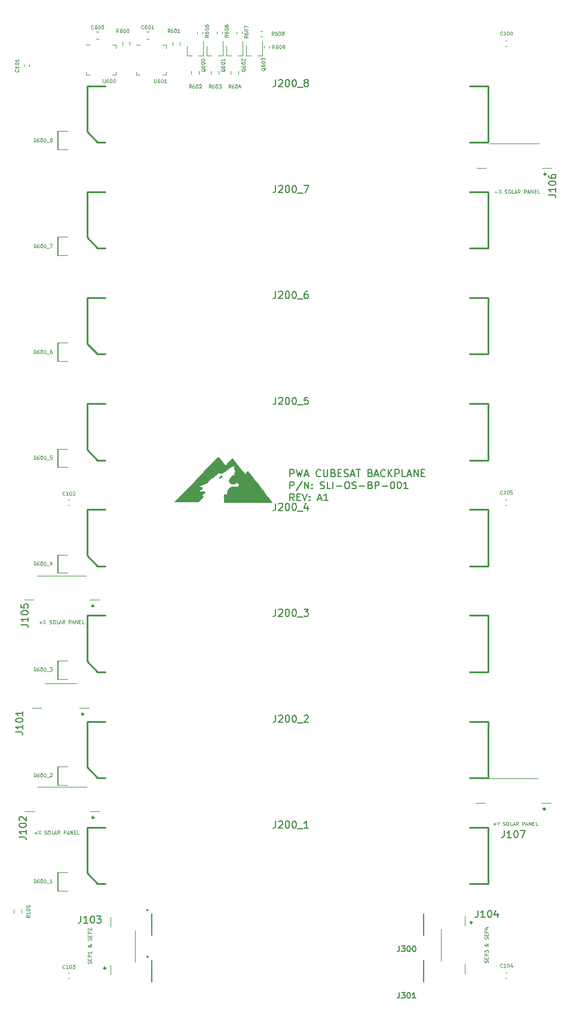
<source format=gto>
G04 #@! TF.GenerationSoftware,KiCad,Pcbnew,(5.1.10)-1*
G04 #@! TF.CreationDate,2021-12-21T16:16:02-05:00*
G04 #@! TF.ProjectId,backplane,6261636b-706c-4616-9e65-2e6b69636164,A1*
G04 #@! TF.SameCoordinates,Original*
G04 #@! TF.FileFunction,Legend,Top*
G04 #@! TF.FilePolarity,Positive*
%FSLAX46Y46*%
G04 Gerber Fmt 4.6, Leading zero omitted, Abs format (unit mm)*
G04 Created by KiCad (PCBNEW (5.1.10)-1) date 2021-12-21 16:16:02*
%MOMM*%
%LPD*%
G01*
G04 APERTURE LIST*
%ADD10C,0.200000*%
%ADD11C,0.100000*%
%ADD12C,0.254000*%
%ADD13C,0.120000*%
%ADD14C,0.010000*%
%ADD15C,0.150000*%
G04 APERTURE END LIST*
D10*
X97777095Y-102247380D02*
X97777095Y-101247380D01*
X98158047Y-101247380D01*
X98253285Y-101295000D01*
X98300904Y-101342619D01*
X98348523Y-101437857D01*
X98348523Y-101580714D01*
X98300904Y-101675952D01*
X98253285Y-101723571D01*
X98158047Y-101771190D01*
X97777095Y-101771190D01*
X98681857Y-101247380D02*
X98919952Y-102247380D01*
X99110428Y-101533095D01*
X99300904Y-102247380D01*
X99539000Y-101247380D01*
X99872333Y-101961666D02*
X100348523Y-101961666D01*
X99777095Y-102247380D02*
X100110428Y-101247380D01*
X100443761Y-102247380D01*
X102110428Y-102152142D02*
X102062809Y-102199761D01*
X101919952Y-102247380D01*
X101824714Y-102247380D01*
X101681857Y-102199761D01*
X101586619Y-102104523D01*
X101539000Y-102009285D01*
X101491380Y-101818809D01*
X101491380Y-101675952D01*
X101539000Y-101485476D01*
X101586619Y-101390238D01*
X101681857Y-101295000D01*
X101824714Y-101247380D01*
X101919952Y-101247380D01*
X102062809Y-101295000D01*
X102110428Y-101342619D01*
X102539000Y-101247380D02*
X102539000Y-102056904D01*
X102586619Y-102152142D01*
X102634238Y-102199761D01*
X102729476Y-102247380D01*
X102919952Y-102247380D01*
X103015190Y-102199761D01*
X103062809Y-102152142D01*
X103110428Y-102056904D01*
X103110428Y-101247380D01*
X103919952Y-101723571D02*
X104062809Y-101771190D01*
X104110428Y-101818809D01*
X104158047Y-101914047D01*
X104158047Y-102056904D01*
X104110428Y-102152142D01*
X104062809Y-102199761D01*
X103967571Y-102247380D01*
X103586619Y-102247380D01*
X103586619Y-101247380D01*
X103919952Y-101247380D01*
X104015190Y-101295000D01*
X104062809Y-101342619D01*
X104110428Y-101437857D01*
X104110428Y-101533095D01*
X104062809Y-101628333D01*
X104015190Y-101675952D01*
X103919952Y-101723571D01*
X103586619Y-101723571D01*
X104586619Y-101723571D02*
X104919952Y-101723571D01*
X105062809Y-102247380D02*
X104586619Y-102247380D01*
X104586619Y-101247380D01*
X105062809Y-101247380D01*
X105443761Y-102199761D02*
X105586619Y-102247380D01*
X105824714Y-102247380D01*
X105919952Y-102199761D01*
X105967571Y-102152142D01*
X106015190Y-102056904D01*
X106015190Y-101961666D01*
X105967571Y-101866428D01*
X105919952Y-101818809D01*
X105824714Y-101771190D01*
X105634238Y-101723571D01*
X105539000Y-101675952D01*
X105491380Y-101628333D01*
X105443761Y-101533095D01*
X105443761Y-101437857D01*
X105491380Y-101342619D01*
X105539000Y-101295000D01*
X105634238Y-101247380D01*
X105872333Y-101247380D01*
X106015190Y-101295000D01*
X106396142Y-101961666D02*
X106872333Y-101961666D01*
X106300904Y-102247380D02*
X106634238Y-101247380D01*
X106967571Y-102247380D01*
X107158047Y-101247380D02*
X107729476Y-101247380D01*
X107443761Y-102247380D02*
X107443761Y-101247380D01*
X109158047Y-101723571D02*
X109300904Y-101771190D01*
X109348523Y-101818809D01*
X109396142Y-101914047D01*
X109396142Y-102056904D01*
X109348523Y-102152142D01*
X109300904Y-102199761D01*
X109205666Y-102247380D01*
X108824714Y-102247380D01*
X108824714Y-101247380D01*
X109158047Y-101247380D01*
X109253285Y-101295000D01*
X109300904Y-101342619D01*
X109348523Y-101437857D01*
X109348523Y-101533095D01*
X109300904Y-101628333D01*
X109253285Y-101675952D01*
X109158047Y-101723571D01*
X108824714Y-101723571D01*
X109777095Y-101961666D02*
X110253285Y-101961666D01*
X109681857Y-102247380D02*
X110015190Y-101247380D01*
X110348523Y-102247380D01*
X111253285Y-102152142D02*
X111205666Y-102199761D01*
X111062809Y-102247380D01*
X110967571Y-102247380D01*
X110824714Y-102199761D01*
X110729476Y-102104523D01*
X110681857Y-102009285D01*
X110634238Y-101818809D01*
X110634238Y-101675952D01*
X110681857Y-101485476D01*
X110729476Y-101390238D01*
X110824714Y-101295000D01*
X110967571Y-101247380D01*
X111062809Y-101247380D01*
X111205666Y-101295000D01*
X111253285Y-101342619D01*
X111681857Y-102247380D02*
X111681857Y-101247380D01*
X112253285Y-102247380D02*
X111824714Y-101675952D01*
X112253285Y-101247380D02*
X111681857Y-101818809D01*
X112681857Y-102247380D02*
X112681857Y-101247380D01*
X113062809Y-101247380D01*
X113158047Y-101295000D01*
X113205666Y-101342619D01*
X113253285Y-101437857D01*
X113253285Y-101580714D01*
X113205666Y-101675952D01*
X113158047Y-101723571D01*
X113062809Y-101771190D01*
X112681857Y-101771190D01*
X114158047Y-102247380D02*
X113681857Y-102247380D01*
X113681857Y-101247380D01*
X114443761Y-101961666D02*
X114919952Y-101961666D01*
X114348523Y-102247380D02*
X114681857Y-101247380D01*
X115015190Y-102247380D01*
X115348523Y-102247380D02*
X115348523Y-101247380D01*
X115919952Y-102247380D01*
X115919952Y-101247380D01*
X116396142Y-101723571D02*
X116729476Y-101723571D01*
X116872333Y-102247380D02*
X116396142Y-102247380D01*
X116396142Y-101247380D01*
X116872333Y-101247380D01*
X97777095Y-103947380D02*
X97777095Y-102947380D01*
X98158047Y-102947380D01*
X98253285Y-102995000D01*
X98300904Y-103042619D01*
X98348523Y-103137857D01*
X98348523Y-103280714D01*
X98300904Y-103375952D01*
X98253285Y-103423571D01*
X98158047Y-103471190D01*
X97777095Y-103471190D01*
X99491380Y-102899761D02*
X98634238Y-104185476D01*
X99824714Y-103947380D02*
X99824714Y-102947380D01*
X100396142Y-103947380D01*
X100396142Y-102947380D01*
X100872333Y-103852142D02*
X100919952Y-103899761D01*
X100872333Y-103947380D01*
X100824714Y-103899761D01*
X100872333Y-103852142D01*
X100872333Y-103947380D01*
X100872333Y-103328333D02*
X100919952Y-103375952D01*
X100872333Y-103423571D01*
X100824714Y-103375952D01*
X100872333Y-103328333D01*
X100872333Y-103423571D01*
X102062809Y-103899761D02*
X102205666Y-103947380D01*
X102443761Y-103947380D01*
X102539000Y-103899761D01*
X102586619Y-103852142D01*
X102634238Y-103756904D01*
X102634238Y-103661666D01*
X102586619Y-103566428D01*
X102539000Y-103518809D01*
X102443761Y-103471190D01*
X102253285Y-103423571D01*
X102158047Y-103375952D01*
X102110428Y-103328333D01*
X102062809Y-103233095D01*
X102062809Y-103137857D01*
X102110428Y-103042619D01*
X102158047Y-102995000D01*
X102253285Y-102947380D01*
X102491380Y-102947380D01*
X102634238Y-102995000D01*
X103539000Y-103947380D02*
X103062809Y-103947380D01*
X103062809Y-102947380D01*
X103872333Y-103947380D02*
X103872333Y-102947380D01*
X104348523Y-103566428D02*
X105110428Y-103566428D01*
X105777095Y-102947380D02*
X105967571Y-102947380D01*
X106062809Y-102995000D01*
X106158047Y-103090238D01*
X106205666Y-103280714D01*
X106205666Y-103614047D01*
X106158047Y-103804523D01*
X106062809Y-103899761D01*
X105967571Y-103947380D01*
X105777095Y-103947380D01*
X105681857Y-103899761D01*
X105586619Y-103804523D01*
X105539000Y-103614047D01*
X105539000Y-103280714D01*
X105586619Y-103090238D01*
X105681857Y-102995000D01*
X105777095Y-102947380D01*
X106586619Y-103899761D02*
X106729476Y-103947380D01*
X106967571Y-103947380D01*
X107062809Y-103899761D01*
X107110428Y-103852142D01*
X107158047Y-103756904D01*
X107158047Y-103661666D01*
X107110428Y-103566428D01*
X107062809Y-103518809D01*
X106967571Y-103471190D01*
X106777095Y-103423571D01*
X106681857Y-103375952D01*
X106634238Y-103328333D01*
X106586619Y-103233095D01*
X106586619Y-103137857D01*
X106634238Y-103042619D01*
X106681857Y-102995000D01*
X106777095Y-102947380D01*
X107015190Y-102947380D01*
X107158047Y-102995000D01*
X107586619Y-103566428D02*
X108348523Y-103566428D01*
X109158047Y-103423571D02*
X109300904Y-103471190D01*
X109348523Y-103518809D01*
X109396142Y-103614047D01*
X109396142Y-103756904D01*
X109348523Y-103852142D01*
X109300904Y-103899761D01*
X109205666Y-103947380D01*
X108824714Y-103947380D01*
X108824714Y-102947380D01*
X109158047Y-102947380D01*
X109253285Y-102995000D01*
X109300904Y-103042619D01*
X109348523Y-103137857D01*
X109348523Y-103233095D01*
X109300904Y-103328333D01*
X109253285Y-103375952D01*
X109158047Y-103423571D01*
X108824714Y-103423571D01*
X109824714Y-103947380D02*
X109824714Y-102947380D01*
X110205666Y-102947380D01*
X110300904Y-102995000D01*
X110348523Y-103042619D01*
X110396142Y-103137857D01*
X110396142Y-103280714D01*
X110348523Y-103375952D01*
X110300904Y-103423571D01*
X110205666Y-103471190D01*
X109824714Y-103471190D01*
X110824714Y-103566428D02*
X111586619Y-103566428D01*
X112253285Y-102947380D02*
X112348523Y-102947380D01*
X112443761Y-102995000D01*
X112491380Y-103042619D01*
X112539000Y-103137857D01*
X112586619Y-103328333D01*
X112586619Y-103566428D01*
X112539000Y-103756904D01*
X112491380Y-103852142D01*
X112443761Y-103899761D01*
X112348523Y-103947380D01*
X112253285Y-103947380D01*
X112158047Y-103899761D01*
X112110428Y-103852142D01*
X112062809Y-103756904D01*
X112015190Y-103566428D01*
X112015190Y-103328333D01*
X112062809Y-103137857D01*
X112110428Y-103042619D01*
X112158047Y-102995000D01*
X112253285Y-102947380D01*
X113205666Y-102947380D02*
X113300904Y-102947380D01*
X113396142Y-102995000D01*
X113443761Y-103042619D01*
X113491380Y-103137857D01*
X113539000Y-103328333D01*
X113539000Y-103566428D01*
X113491380Y-103756904D01*
X113443761Y-103852142D01*
X113396142Y-103899761D01*
X113300904Y-103947380D01*
X113205666Y-103947380D01*
X113110428Y-103899761D01*
X113062809Y-103852142D01*
X113015190Y-103756904D01*
X112967571Y-103566428D01*
X112967571Y-103328333D01*
X113015190Y-103137857D01*
X113062809Y-103042619D01*
X113110428Y-102995000D01*
X113205666Y-102947380D01*
X114491380Y-103947380D02*
X113919952Y-103947380D01*
X114205666Y-103947380D02*
X114205666Y-102947380D01*
X114110428Y-103090238D01*
X114015190Y-103185476D01*
X113919952Y-103233095D01*
X98348523Y-105647380D02*
X98015190Y-105171190D01*
X97777095Y-105647380D02*
X97777095Y-104647380D01*
X98158047Y-104647380D01*
X98253285Y-104695000D01*
X98300904Y-104742619D01*
X98348523Y-104837857D01*
X98348523Y-104980714D01*
X98300904Y-105075952D01*
X98253285Y-105123571D01*
X98158047Y-105171190D01*
X97777095Y-105171190D01*
X98777095Y-105123571D02*
X99110428Y-105123571D01*
X99253285Y-105647380D02*
X98777095Y-105647380D01*
X98777095Y-104647380D01*
X99253285Y-104647380D01*
X99539000Y-104647380D02*
X99872333Y-105647380D01*
X100205666Y-104647380D01*
X100539000Y-105552142D02*
X100586619Y-105599761D01*
X100539000Y-105647380D01*
X100491380Y-105599761D01*
X100539000Y-105552142D01*
X100539000Y-105647380D01*
X100539000Y-105028333D02*
X100586619Y-105075952D01*
X100539000Y-105123571D01*
X100491380Y-105075952D01*
X100539000Y-105028333D01*
X100539000Y-105123571D01*
X101729476Y-105361666D02*
X102205666Y-105361666D01*
X101634238Y-105647380D02*
X101967571Y-104647380D01*
X102300904Y-105647380D01*
X103158047Y-105647380D02*
X102586619Y-105647380D01*
X102872333Y-105647380D02*
X102872333Y-104647380D01*
X102777095Y-104790238D01*
X102681857Y-104885476D01*
X102586619Y-104933095D01*
D11*
X61528047Y-152680714D02*
X61909000Y-152680714D01*
X61718523Y-152871190D02*
X61718523Y-152490238D01*
X62099476Y-152371190D02*
X62432809Y-152871190D01*
X62432809Y-152371190D02*
X62099476Y-152871190D01*
X62980428Y-152847380D02*
X63051857Y-152871190D01*
X63170904Y-152871190D01*
X63218523Y-152847380D01*
X63242333Y-152823571D01*
X63266142Y-152775952D01*
X63266142Y-152728333D01*
X63242333Y-152680714D01*
X63218523Y-152656904D01*
X63170904Y-152633095D01*
X63075666Y-152609285D01*
X63028047Y-152585476D01*
X63004238Y-152561666D01*
X62980428Y-152514047D01*
X62980428Y-152466428D01*
X63004238Y-152418809D01*
X63028047Y-152395000D01*
X63075666Y-152371190D01*
X63194714Y-152371190D01*
X63266142Y-152395000D01*
X63575666Y-152371190D02*
X63670904Y-152371190D01*
X63718523Y-152395000D01*
X63766142Y-152442619D01*
X63789952Y-152537857D01*
X63789952Y-152704523D01*
X63766142Y-152799761D01*
X63718523Y-152847380D01*
X63670904Y-152871190D01*
X63575666Y-152871190D01*
X63528047Y-152847380D01*
X63480428Y-152799761D01*
X63456619Y-152704523D01*
X63456619Y-152537857D01*
X63480428Y-152442619D01*
X63528047Y-152395000D01*
X63575666Y-152371190D01*
X64242333Y-152871190D02*
X64004238Y-152871190D01*
X64004238Y-152371190D01*
X64385190Y-152728333D02*
X64623285Y-152728333D01*
X64337571Y-152871190D02*
X64504238Y-152371190D01*
X64670904Y-152871190D01*
X65123285Y-152871190D02*
X64956619Y-152633095D01*
X64837571Y-152871190D02*
X64837571Y-152371190D01*
X65028047Y-152371190D01*
X65075666Y-152395000D01*
X65099476Y-152418809D01*
X65123285Y-152466428D01*
X65123285Y-152537857D01*
X65099476Y-152585476D01*
X65075666Y-152609285D01*
X65028047Y-152633095D01*
X64837571Y-152633095D01*
X65718523Y-152871190D02*
X65718523Y-152371190D01*
X65909000Y-152371190D01*
X65956619Y-152395000D01*
X65980428Y-152418809D01*
X66004238Y-152466428D01*
X66004238Y-152537857D01*
X65980428Y-152585476D01*
X65956619Y-152609285D01*
X65909000Y-152633095D01*
X65718523Y-152633095D01*
X66194714Y-152728333D02*
X66432809Y-152728333D01*
X66147095Y-152871190D02*
X66313761Y-152371190D01*
X66480428Y-152871190D01*
X66647095Y-152871190D02*
X66647095Y-152371190D01*
X66932809Y-152871190D01*
X66932809Y-152371190D01*
X67170904Y-152609285D02*
X67337571Y-152609285D01*
X67409000Y-152871190D02*
X67170904Y-152871190D01*
X67170904Y-152371190D01*
X67409000Y-152371190D01*
X67861380Y-152871190D02*
X67623285Y-152871190D01*
X67623285Y-152371190D01*
X126551857Y-151430714D02*
X126932809Y-151430714D01*
X126742333Y-151621190D02*
X126742333Y-151240238D01*
X127266142Y-151383095D02*
X127266142Y-151621190D01*
X127099476Y-151121190D02*
X127266142Y-151383095D01*
X127432809Y-151121190D01*
X127956619Y-151597380D02*
X128028047Y-151621190D01*
X128147095Y-151621190D01*
X128194714Y-151597380D01*
X128218523Y-151573571D01*
X128242333Y-151525952D01*
X128242333Y-151478333D01*
X128218523Y-151430714D01*
X128194714Y-151406904D01*
X128147095Y-151383095D01*
X128051857Y-151359285D01*
X128004238Y-151335476D01*
X127980428Y-151311666D01*
X127956619Y-151264047D01*
X127956619Y-151216428D01*
X127980428Y-151168809D01*
X128004238Y-151145000D01*
X128051857Y-151121190D01*
X128170904Y-151121190D01*
X128242333Y-151145000D01*
X128551857Y-151121190D02*
X128647095Y-151121190D01*
X128694714Y-151145000D01*
X128742333Y-151192619D01*
X128766142Y-151287857D01*
X128766142Y-151454523D01*
X128742333Y-151549761D01*
X128694714Y-151597380D01*
X128647095Y-151621190D01*
X128551857Y-151621190D01*
X128504238Y-151597380D01*
X128456619Y-151549761D01*
X128432809Y-151454523D01*
X128432809Y-151287857D01*
X128456619Y-151192619D01*
X128504238Y-151145000D01*
X128551857Y-151121190D01*
X129218523Y-151621190D02*
X128980428Y-151621190D01*
X128980428Y-151121190D01*
X129361380Y-151478333D02*
X129599476Y-151478333D01*
X129313761Y-151621190D02*
X129480428Y-151121190D01*
X129647095Y-151621190D01*
X130099476Y-151621190D02*
X129932809Y-151383095D01*
X129813761Y-151621190D02*
X129813761Y-151121190D01*
X130004238Y-151121190D01*
X130051857Y-151145000D01*
X130075666Y-151168809D01*
X130099476Y-151216428D01*
X130099476Y-151287857D01*
X130075666Y-151335476D01*
X130051857Y-151359285D01*
X130004238Y-151383095D01*
X129813761Y-151383095D01*
X130694714Y-151621190D02*
X130694714Y-151121190D01*
X130885190Y-151121190D01*
X130932809Y-151145000D01*
X130956619Y-151168809D01*
X130980428Y-151216428D01*
X130980428Y-151287857D01*
X130956619Y-151335476D01*
X130932809Y-151359285D01*
X130885190Y-151383095D01*
X130694714Y-151383095D01*
X131170904Y-151478333D02*
X131409000Y-151478333D01*
X131123285Y-151621190D02*
X131289952Y-151121190D01*
X131456619Y-151621190D01*
X131623285Y-151621190D02*
X131623285Y-151121190D01*
X131909000Y-151621190D01*
X131909000Y-151121190D01*
X132147095Y-151359285D02*
X132313761Y-151359285D01*
X132385190Y-151621190D02*
X132147095Y-151621190D01*
X132147095Y-151121190D01*
X132385190Y-151121190D01*
X132837571Y-151621190D02*
X132599476Y-151621190D01*
X132599476Y-151121190D01*
X126778047Y-61930714D02*
X127159000Y-61930714D01*
X127349476Y-61621190D02*
X127682809Y-62121190D01*
X127682809Y-61621190D02*
X127349476Y-62121190D01*
X128230428Y-62097380D02*
X128301857Y-62121190D01*
X128420904Y-62121190D01*
X128468523Y-62097380D01*
X128492333Y-62073571D01*
X128516142Y-62025952D01*
X128516142Y-61978333D01*
X128492333Y-61930714D01*
X128468523Y-61906904D01*
X128420904Y-61883095D01*
X128325666Y-61859285D01*
X128278047Y-61835476D01*
X128254238Y-61811666D01*
X128230428Y-61764047D01*
X128230428Y-61716428D01*
X128254238Y-61668809D01*
X128278047Y-61645000D01*
X128325666Y-61621190D01*
X128444714Y-61621190D01*
X128516142Y-61645000D01*
X128825666Y-61621190D02*
X128920904Y-61621190D01*
X128968523Y-61645000D01*
X129016142Y-61692619D01*
X129039952Y-61787857D01*
X129039952Y-61954523D01*
X129016142Y-62049761D01*
X128968523Y-62097380D01*
X128920904Y-62121190D01*
X128825666Y-62121190D01*
X128778047Y-62097380D01*
X128730428Y-62049761D01*
X128706619Y-61954523D01*
X128706619Y-61787857D01*
X128730428Y-61692619D01*
X128778047Y-61645000D01*
X128825666Y-61621190D01*
X129492333Y-62121190D02*
X129254238Y-62121190D01*
X129254238Y-61621190D01*
X129635190Y-61978333D02*
X129873285Y-61978333D01*
X129587571Y-62121190D02*
X129754238Y-61621190D01*
X129920904Y-62121190D01*
X130373285Y-62121190D02*
X130206619Y-61883095D01*
X130087571Y-62121190D02*
X130087571Y-61621190D01*
X130278047Y-61621190D01*
X130325666Y-61645000D01*
X130349476Y-61668809D01*
X130373285Y-61716428D01*
X130373285Y-61787857D01*
X130349476Y-61835476D01*
X130325666Y-61859285D01*
X130278047Y-61883095D01*
X130087571Y-61883095D01*
X130968523Y-62121190D02*
X130968523Y-61621190D01*
X131159000Y-61621190D01*
X131206619Y-61645000D01*
X131230428Y-61668809D01*
X131254238Y-61716428D01*
X131254238Y-61787857D01*
X131230428Y-61835476D01*
X131206619Y-61859285D01*
X131159000Y-61883095D01*
X130968523Y-61883095D01*
X131444714Y-61978333D02*
X131682809Y-61978333D01*
X131397095Y-62121190D02*
X131563761Y-61621190D01*
X131730428Y-62121190D01*
X131897095Y-62121190D02*
X131897095Y-61621190D01*
X132182809Y-62121190D01*
X132182809Y-61621190D01*
X132420904Y-61859285D02*
X132587571Y-61859285D01*
X132659000Y-62121190D02*
X132420904Y-62121190D01*
X132420904Y-61621190D01*
X132659000Y-61621190D01*
X133111380Y-62121190D02*
X132873285Y-62121190D01*
X132873285Y-61621190D01*
D10*
X77679000Y-170212000D02*
G75*
G03*
X77679000Y-170212000I-100000J0D01*
G01*
X116674000Y-173737000D02*
X116674000Y-170687000D01*
X78144000Y-173737000D02*
X78144000Y-170687000D01*
X77679000Y-163608000D02*
G75*
G03*
X77679000Y-163608000I-100000J0D01*
G01*
X116674000Y-167133000D02*
X116674000Y-164083000D01*
X78144000Y-167133000D02*
X78144000Y-164083000D01*
D12*
X123591000Y-165375000D02*
G75*
G03*
X123591000Y-165375000I-141000J0D01*
G01*
D13*
X122575000Y-172575000D02*
X122575000Y-171250000D01*
X122575000Y-164475000D02*
X122575000Y-165800000D01*
X119150000Y-166275000D02*
X119150000Y-170775000D01*
X75800000Y-170950000D02*
X75800000Y-166450000D01*
X72375000Y-172750000D02*
X72375000Y-171425000D01*
X72375000Y-164650000D02*
X72375000Y-165975000D01*
D12*
X71641000Y-171850000D02*
G75*
G03*
X71641000Y-171850000I-141000J0D01*
G01*
D13*
X67502600Y-131550200D02*
X63002600Y-131550200D01*
X69302600Y-134975200D02*
X67977600Y-134975200D01*
X61202600Y-134975200D02*
X62527600Y-134975200D01*
D12*
X68543600Y-135850200D02*
G75*
G03*
X68543600Y-135850200I-141000J0D01*
G01*
X69950000Y-120545000D02*
G75*
G03*
X69950000Y-120545000I-141000J0D01*
G01*
D13*
X60109000Y-119670000D02*
X61434000Y-119670000D01*
X70709000Y-119670000D02*
X69384000Y-119670000D01*
X68909000Y-116245000D02*
X61909000Y-116245000D01*
D12*
X133950000Y-149295000D02*
G75*
G03*
X133950000Y-149295000I-141000J0D01*
G01*
D13*
X124109000Y-148420000D02*
X125434000Y-148420000D01*
X134709000Y-148420000D02*
X133384000Y-148420000D01*
X132909000Y-144995000D02*
X125909000Y-144995000D01*
X68950000Y-146200000D02*
X61950000Y-146200000D01*
X70750000Y-149625000D02*
X69425000Y-149625000D01*
X60150000Y-149625000D02*
X61475000Y-149625000D01*
D12*
X69991000Y-150500000D02*
G75*
G03*
X69991000Y-150500000I-141000J0D01*
G01*
X69009000Y-46895000D02*
X71609000Y-46895000D01*
X123209000Y-46895000D02*
X125809000Y-46895000D01*
X125809000Y-46895000D02*
X125809000Y-54895000D01*
X125809000Y-54895000D02*
X123209000Y-54895000D01*
X71609000Y-54895000D02*
X70509000Y-54895000D01*
X70509000Y-54895000D02*
X69009000Y-53395000D01*
X69009000Y-53395000D02*
X69009000Y-46895000D01*
X69009000Y-61895000D02*
X71609000Y-61895000D01*
X123209000Y-61895000D02*
X125809000Y-61895000D01*
X125809000Y-61895000D02*
X125809000Y-69895000D01*
X125809000Y-69895000D02*
X123209000Y-69895000D01*
X71609000Y-69895000D02*
X70509000Y-69895000D01*
X70509000Y-69895000D02*
X69009000Y-68395000D01*
X69009000Y-68395000D02*
X69009000Y-61895000D01*
X69009000Y-76895000D02*
X71609000Y-76895000D01*
X123209000Y-76895000D02*
X125809000Y-76895000D01*
X125809000Y-76895000D02*
X125809000Y-84895000D01*
X125809000Y-84895000D02*
X123209000Y-84895000D01*
X71609000Y-84895000D02*
X70509000Y-84895000D01*
X70509000Y-84895000D02*
X69009000Y-83395000D01*
X69009000Y-83395000D02*
X69009000Y-76895000D01*
X69009000Y-91895000D02*
X71609000Y-91895000D01*
X123209000Y-91895000D02*
X125809000Y-91895000D01*
X125809000Y-91895000D02*
X125809000Y-99895000D01*
X125809000Y-99895000D02*
X123209000Y-99895000D01*
X71609000Y-99895000D02*
X70509000Y-99895000D01*
X70509000Y-99895000D02*
X69009000Y-98395000D01*
X69009000Y-98395000D02*
X69009000Y-91895000D01*
X69009000Y-106895000D02*
X71609000Y-106895000D01*
X123209000Y-106895000D02*
X125809000Y-106895000D01*
X125809000Y-106895000D02*
X125809000Y-114895000D01*
X125809000Y-114895000D02*
X123209000Y-114895000D01*
X71609000Y-114895000D02*
X70509000Y-114895000D01*
X70509000Y-114895000D02*
X69009000Y-113395000D01*
X69009000Y-113395000D02*
X69009000Y-106895000D01*
X69009000Y-121895000D02*
X71609000Y-121895000D01*
X123209000Y-121895000D02*
X125809000Y-121895000D01*
X125809000Y-121895000D02*
X125809000Y-129895000D01*
X125809000Y-129895000D02*
X123209000Y-129895000D01*
X71609000Y-129895000D02*
X70509000Y-129895000D01*
X70509000Y-129895000D02*
X69009000Y-128395000D01*
X69009000Y-128395000D02*
X69009000Y-121895000D01*
X69009000Y-136895000D02*
X71609000Y-136895000D01*
X123209000Y-136895000D02*
X125809000Y-136895000D01*
X125809000Y-136895000D02*
X125809000Y-144895000D01*
X125809000Y-144895000D02*
X123209000Y-144895000D01*
X71609000Y-144895000D02*
X70509000Y-144895000D01*
X70509000Y-144895000D02*
X69009000Y-143395000D01*
X69009000Y-143395000D02*
X69009000Y-136895000D01*
X69009000Y-151895000D02*
X71609000Y-151895000D01*
X123209000Y-151895000D02*
X125809000Y-151895000D01*
X125809000Y-151895000D02*
X125809000Y-159895000D01*
X125809000Y-159895000D02*
X123209000Y-159895000D01*
X71609000Y-159895000D02*
X70509000Y-159895000D01*
X70509000Y-159895000D02*
X69009000Y-158395000D01*
X69009000Y-158395000D02*
X69009000Y-151895000D01*
D13*
X94868000Y-41248359D02*
X94868000Y-41555641D01*
X94108000Y-41248359D02*
X94108000Y-41555641D01*
X93879641Y-39877000D02*
X93572359Y-39877000D01*
X93879641Y-39117000D02*
X93572359Y-39117000D01*
X92210000Y-42624000D02*
X91550000Y-42624000D01*
X93870000Y-42624000D02*
X93210000Y-42624000D01*
X93870000Y-42624000D02*
X93870000Y-40594000D01*
X91550000Y-41214000D02*
X91550000Y-42624000D01*
X133009000Y-55095000D02*
X126009000Y-55095000D01*
X134809000Y-58520000D02*
X133484000Y-58520000D01*
X124209000Y-58520000D02*
X125534000Y-58520000D01*
D12*
X134050000Y-59395000D02*
G75*
G03*
X134050000Y-59395000I-141000J0D01*
G01*
D13*
X64879000Y-53286000D02*
X64879000Y-55886000D01*
X66279000Y-53286000D02*
X64779000Y-53286000D01*
X66279000Y-55886000D02*
X64779000Y-55886000D01*
X64779000Y-53286000D02*
X64779000Y-55886000D01*
X64879000Y-68286000D02*
X64879000Y-70886000D01*
X66279000Y-68286000D02*
X64779000Y-68286000D01*
X66279000Y-70886000D02*
X64779000Y-70886000D01*
X64779000Y-68286000D02*
X64779000Y-70886000D01*
X64879000Y-83286000D02*
X64879000Y-85886000D01*
X66279000Y-83286000D02*
X64779000Y-83286000D01*
X66279000Y-85886000D02*
X64779000Y-85886000D01*
X64779000Y-83286000D02*
X64779000Y-85886000D01*
X64879000Y-98285000D02*
X64879000Y-100885000D01*
X66279000Y-98285000D02*
X64779000Y-98285000D01*
X66279000Y-100885000D02*
X64779000Y-100885000D01*
X64779000Y-98285000D02*
X64779000Y-100885000D01*
X64879000Y-113285000D02*
X64879000Y-115885000D01*
X66279000Y-113285000D02*
X64779000Y-113285000D01*
X66279000Y-115885000D02*
X64779000Y-115885000D01*
X64779000Y-113285000D02*
X64779000Y-115885000D01*
X64879000Y-128285000D02*
X64879000Y-130885000D01*
X66279000Y-128285000D02*
X64779000Y-128285000D01*
X66279000Y-130885000D02*
X64779000Y-130885000D01*
X64779000Y-128285000D02*
X64779000Y-130885000D01*
X64879000Y-143285000D02*
X64879000Y-145885000D01*
X66279000Y-143285000D02*
X64779000Y-143285000D01*
X66279000Y-145885000D02*
X64779000Y-145885000D01*
X64779000Y-143285000D02*
X64779000Y-145885000D01*
X64879000Y-158285000D02*
X64879000Y-160885000D01*
X66279000Y-158285000D02*
X64779000Y-158285000D01*
X66279000Y-160885000D02*
X64779000Y-160885000D01*
X64779000Y-158285000D02*
X64779000Y-160885000D01*
X79740000Y-41133500D02*
X80215000Y-41133500D01*
X80215000Y-41133500D02*
X80215000Y-41608500D01*
X76470000Y-45353500D02*
X75995000Y-45353500D01*
X75995000Y-45353500D02*
X75995000Y-44878500D01*
X79740000Y-45353500D02*
X80215000Y-45353500D01*
X80215000Y-45353500D02*
X80215000Y-44878500D01*
X76470000Y-41133500D02*
X75995000Y-41133500D01*
X72628000Y-41133500D02*
X73103000Y-41133500D01*
X73103000Y-41133500D02*
X73103000Y-41608500D01*
X69358000Y-45353500D02*
X68883000Y-45353500D01*
X68883000Y-45353500D02*
X68883000Y-44878500D01*
X72628000Y-45353500D02*
X73103000Y-45353500D01*
X73103000Y-45353500D02*
X73103000Y-44878500D01*
X69358000Y-41133500D02*
X68883000Y-41133500D01*
X90171000Y-39216359D02*
X90171000Y-39523641D01*
X90931000Y-39216359D02*
X90931000Y-39523641D01*
X87377000Y-39216359D02*
X87377000Y-39523641D01*
X88137000Y-39216359D02*
X88137000Y-39523641D01*
X84583000Y-39216359D02*
X84583000Y-39523641D01*
X85343000Y-39216359D02*
X85343000Y-39523641D01*
X89393500Y-44783742D02*
X89393500Y-45258258D01*
X90438500Y-44783742D02*
X90438500Y-45258258D01*
X87644500Y-44783742D02*
X87644500Y-45258258D01*
X86599500Y-44783742D02*
X86599500Y-45258258D01*
X83805500Y-44783742D02*
X83805500Y-45258258D01*
X84850500Y-44783742D02*
X84850500Y-45258258D01*
X82183500Y-41195258D02*
X82183500Y-40720742D01*
X81138500Y-41195258D02*
X81138500Y-40720742D01*
X75071500Y-41131258D02*
X75071500Y-40656742D01*
X74026500Y-41131258D02*
X74026500Y-40656742D01*
X88756000Y-41230000D02*
X88756000Y-42640000D01*
X91076000Y-42640000D02*
X91076000Y-40610000D01*
X91076000Y-42640000D02*
X90416000Y-42640000D01*
X89416000Y-42640000D02*
X88756000Y-42640000D01*
X85962000Y-41230000D02*
X85962000Y-42640000D01*
X88282000Y-42640000D02*
X88282000Y-40610000D01*
X88282000Y-42640000D02*
X87622000Y-42640000D01*
X86622000Y-42640000D02*
X85962000Y-42640000D01*
X83168000Y-41246000D02*
X83168000Y-42656000D01*
X85488000Y-42656000D02*
X85488000Y-40626000D01*
X85488000Y-42656000D02*
X84828000Y-42656000D01*
X83828000Y-42656000D02*
X83168000Y-42656000D01*
X77724580Y-39241000D02*
X77443420Y-39241000D01*
X77724580Y-40261000D02*
X77443420Y-40261000D01*
X70612580Y-39241000D02*
X70331420Y-39241000D01*
X70612580Y-40261000D02*
X70331420Y-40261000D01*
X128301164Y-106255000D02*
X128516836Y-106255000D01*
X128301164Y-105535000D02*
X128516836Y-105535000D01*
X128301164Y-173255000D02*
X128516836Y-173255000D01*
X128301164Y-172535000D02*
X128516836Y-172535000D01*
X66516836Y-172535000D02*
X66301164Y-172535000D01*
X66516836Y-173255000D02*
X66301164Y-173255000D01*
X66516836Y-105535000D02*
X66301164Y-105535000D01*
X66516836Y-106255000D02*
X66301164Y-106255000D01*
X128301164Y-41255000D02*
X128516836Y-41255000D01*
X128301164Y-40535000D02*
X128516836Y-40535000D01*
X60869000Y-44129836D02*
X60869000Y-43914164D01*
X60149000Y-44129836D02*
X60149000Y-43914164D01*
X58661500Y-163557742D02*
X58661500Y-164032258D01*
X59706500Y-163557742D02*
X59706500Y-164032258D01*
D14*
G36*
X88095125Y-100027271D02*
G01*
X88214287Y-100181286D01*
X88323714Y-100321475D01*
X88419538Y-100442980D01*
X88497888Y-100540942D01*
X88554898Y-100610504D01*
X88586697Y-100646807D01*
X88591794Y-100651000D01*
X88612879Y-100633357D01*
X88664247Y-100583581D01*
X88741227Y-100506403D01*
X88839150Y-100406552D01*
X88953345Y-100288757D01*
X89079139Y-100157750D01*
X89087167Y-100149349D01*
X89213447Y-100017470D01*
X89328211Y-99898191D01*
X89426811Y-99796295D01*
X89504605Y-99716564D01*
X89556945Y-99663780D01*
X89579188Y-99642724D01*
X89579464Y-99642574D01*
X89597136Y-99660995D01*
X89643332Y-99715837D01*
X89715208Y-99803560D01*
X89809919Y-99920626D01*
X89924623Y-100063496D01*
X90056476Y-100228630D01*
X90202633Y-100412490D01*
X90360252Y-100611537D01*
X90481500Y-100765137D01*
X90645784Y-100973104D01*
X90800776Y-101168481D01*
X90943622Y-101347727D01*
X91071468Y-101507301D01*
X91181462Y-101643663D01*
X91270750Y-101753271D01*
X91336479Y-101832586D01*
X91375796Y-101878065D01*
X91386186Y-101887863D01*
X91407932Y-101867558D01*
X91454897Y-101816298D01*
X91519820Y-101742192D01*
X91583951Y-101667000D01*
X91659230Y-101580179D01*
X91723968Y-101510036D01*
X91770577Y-101464510D01*
X91790279Y-101451100D01*
X91807993Y-101470730D01*
X91854178Y-101527514D01*
X91926395Y-101618294D01*
X92022205Y-101739908D01*
X92139170Y-101889199D01*
X92274850Y-102063006D01*
X92426807Y-102258169D01*
X92592602Y-102471530D01*
X92769795Y-102699928D01*
X92955947Y-102940204D01*
X93148621Y-103189200D01*
X93345376Y-103443754D01*
X93543774Y-103700708D01*
X93741375Y-103956903D01*
X93935742Y-104209178D01*
X94124435Y-104454374D01*
X94305015Y-104689332D01*
X94475043Y-104910891D01*
X94632080Y-105115894D01*
X94773687Y-105301180D01*
X94897426Y-105463589D01*
X95000857Y-105599962D01*
X95081541Y-105707140D01*
X95137040Y-105781963D01*
X95164914Y-105821272D01*
X95167800Y-105826480D01*
X95142891Y-105828026D01*
X95070134Y-105829375D01*
X94952477Y-105830524D01*
X94792871Y-105831468D01*
X94594266Y-105832207D01*
X94359612Y-105832736D01*
X94091860Y-105833052D01*
X93793958Y-105833154D01*
X93468859Y-105833037D01*
X93119512Y-105832698D01*
X92748866Y-105832136D01*
X92359873Y-105831346D01*
X91955482Y-105830327D01*
X91793082Y-105829863D01*
X88418364Y-105819900D01*
X88402182Y-105555598D01*
X88394773Y-105406863D01*
X88389147Y-105241148D01*
X88386219Y-105087368D01*
X88386000Y-105043062D01*
X88391008Y-104894584D01*
X88409255Y-104792640D01*
X88445574Y-104733667D01*
X88504800Y-104714099D01*
X88591765Y-104730372D01*
X88711303Y-104778920D01*
X88731409Y-104788325D01*
X88886318Y-104861609D01*
X88885575Y-104616854D01*
X88903929Y-104369837D01*
X88959816Y-104156708D01*
X89052074Y-103978441D01*
X89179543Y-103836009D01*
X89341061Y-103730385D01*
X89535467Y-103662543D01*
X89761602Y-103633456D01*
X90018302Y-103644096D01*
X90042661Y-103647010D01*
X90159610Y-103659705D01*
X90241174Y-103662450D01*
X90301866Y-103654824D01*
X90352314Y-103638050D01*
X90429049Y-103583036D01*
X90494319Y-103496235D01*
X90536112Y-103396658D01*
X90545000Y-103333152D01*
X90522040Y-103266412D01*
X90462436Y-103215592D01*
X90380096Y-103191620D01*
X90364099Y-103191000D01*
X90321282Y-103184302D01*
X90290778Y-103156286D01*
X90261950Y-103095066D01*
X90250433Y-103063999D01*
X90222196Y-102993121D01*
X90198556Y-102947021D01*
X90188724Y-102936999D01*
X90170003Y-102958011D01*
X90138849Y-103012089D01*
X90114220Y-103061820D01*
X90074197Y-103137624D01*
X90034142Y-103180551D01*
X89977389Y-103205723D01*
X89946231Y-103214220D01*
X89783410Y-103239774D01*
X89614922Y-103239694D01*
X89459418Y-103215022D01*
X89363900Y-103181651D01*
X89255472Y-103124019D01*
X89187352Y-103065517D01*
X89150705Y-102992403D01*
X89136693Y-102890939D01*
X89135415Y-102826310D01*
X89139629Y-102728785D01*
X89155176Y-102642593D01*
X89186618Y-102558810D01*
X89238512Y-102468511D01*
X89315420Y-102362773D01*
X89421901Y-102232670D01*
X89463990Y-102183237D01*
X89663608Y-101950259D01*
X89799504Y-102026954D01*
X89870066Y-102064171D01*
X89919196Y-102085103D01*
X89935400Y-102085840D01*
X89929466Y-102053466D01*
X89914071Y-101987595D01*
X89896968Y-101919721D01*
X89858537Y-101771409D01*
X89935068Y-101650731D01*
X89978025Y-101572770D01*
X90005792Y-101502747D01*
X90011600Y-101471136D01*
X89997928Y-101419358D01*
X89962420Y-101344520D01*
X89922026Y-101277310D01*
X89832452Y-101142402D01*
X89863920Y-100958892D01*
X89879890Y-100838395D01*
X89876609Y-100758813D01*
X89851048Y-100712922D01*
X89800174Y-100693494D01*
X89751817Y-100691644D01*
X89716710Y-100695865D01*
X89675101Y-100708379D01*
X89622615Y-100731857D01*
X89554879Y-100768967D01*
X89467519Y-100822380D01*
X89356163Y-100894765D01*
X89216436Y-100988793D01*
X89043965Y-101107132D01*
X88843200Y-101246317D01*
X88666733Y-101369077D01*
X88526193Y-101466181D01*
X88415583Y-101540669D01*
X88328908Y-101595578D01*
X88260174Y-101633946D01*
X88203386Y-101658811D01*
X88152547Y-101673211D01*
X88101662Y-101680183D01*
X88044738Y-101682766D01*
X87979600Y-101683921D01*
X87875320Y-101686108D01*
X87787403Y-101688221D01*
X87730727Y-101689895D01*
X87721748Y-101690271D01*
X87688833Y-101705350D01*
X87621803Y-101746108D01*
X87527300Y-101807897D01*
X87411964Y-101886073D01*
X87282438Y-101975989D01*
X87145362Y-102073000D01*
X87007380Y-102172460D01*
X86875132Y-102269723D01*
X86755260Y-102360144D01*
X86676923Y-102421111D01*
X86519290Y-102551183D01*
X86378696Y-102677250D01*
X86261415Y-102793121D01*
X86173721Y-102892607D01*
X86122707Y-102967900D01*
X86080964Y-103034100D01*
X86037462Y-103080852D01*
X86027778Y-103087270D01*
X85991786Y-103102518D01*
X85915003Y-103132319D01*
X85804445Y-103174044D01*
X85667128Y-103225063D01*
X85510065Y-103282749D01*
X85373811Y-103332329D01*
X85206787Y-103393094D01*
X85054610Y-103448905D01*
X84924115Y-103497218D01*
X84822139Y-103535492D01*
X84755515Y-103561182D01*
X84732056Y-103571076D01*
X84731518Y-103583221D01*
X84765208Y-103602477D01*
X84836349Y-103630014D01*
X84948170Y-103667004D01*
X85103894Y-103714617D01*
X85230050Y-103751776D01*
X85295338Y-103777360D01*
X85333723Y-103805071D01*
X85338000Y-103815212D01*
X85319985Y-103842933D01*
X85270547Y-103896961D01*
X85196595Y-103970267D01*
X85105035Y-104055823D01*
X85073591Y-104084241D01*
X84977942Y-104171161D01*
X84897369Y-104246594D01*
X84838795Y-104303890D01*
X84809144Y-104336394D01*
X84806891Y-104340508D01*
X84830144Y-104346412D01*
X84896049Y-104350828D01*
X84996473Y-104353521D01*
X85123282Y-104354251D01*
X85242083Y-104353208D01*
X85422206Y-104351011D01*
X85553819Y-104353240D01*
X85639207Y-104363966D01*
X85680661Y-104387263D01*
X85680466Y-104427202D01*
X85640910Y-104487856D01*
X85564282Y-104573297D01*
X85452869Y-104687598D01*
X85438264Y-104702437D01*
X85334721Y-104807341D01*
X85264681Y-104881172D01*
X85227253Y-104930248D01*
X85221549Y-104960884D01*
X85246680Y-104979397D01*
X85301755Y-104992102D01*
X85385886Y-105005316D01*
X85395402Y-105006834D01*
X85455965Y-105019965D01*
X85475853Y-105038213D01*
X85465551Y-105069570D01*
X85439000Y-105105952D01*
X85384864Y-105171112D01*
X85310459Y-105256917D01*
X85223102Y-105355232D01*
X85130110Y-105457925D01*
X85038800Y-105556861D01*
X84956488Y-105643907D01*
X84890490Y-105710929D01*
X84876107Y-105724831D01*
X84789106Y-105807563D01*
X83093791Y-105801031D01*
X81398476Y-105794500D01*
X84322782Y-102784600D01*
X84644925Y-102453048D01*
X84959346Y-102129487D01*
X85264044Y-101815971D01*
X85557019Y-101514559D01*
X85836269Y-101227308D01*
X86099794Y-100956273D01*
X86345594Y-100703514D01*
X86571667Y-100471085D01*
X86776013Y-100261045D01*
X86956630Y-100075451D01*
X87111519Y-99916358D01*
X87238679Y-99785826D01*
X87336108Y-99685909D01*
X87401807Y-99618667D01*
X87430827Y-99589121D01*
X87614567Y-99403543D01*
X88095125Y-100027271D01*
G37*
X88095125Y-100027271D02*
X88214287Y-100181286D01*
X88323714Y-100321475D01*
X88419538Y-100442980D01*
X88497888Y-100540942D01*
X88554898Y-100610504D01*
X88586697Y-100646807D01*
X88591794Y-100651000D01*
X88612879Y-100633357D01*
X88664247Y-100583581D01*
X88741227Y-100506403D01*
X88839150Y-100406552D01*
X88953345Y-100288757D01*
X89079139Y-100157750D01*
X89087167Y-100149349D01*
X89213447Y-100017470D01*
X89328211Y-99898191D01*
X89426811Y-99796295D01*
X89504605Y-99716564D01*
X89556945Y-99663780D01*
X89579188Y-99642724D01*
X89579464Y-99642574D01*
X89597136Y-99660995D01*
X89643332Y-99715837D01*
X89715208Y-99803560D01*
X89809919Y-99920626D01*
X89924623Y-100063496D01*
X90056476Y-100228630D01*
X90202633Y-100412490D01*
X90360252Y-100611537D01*
X90481500Y-100765137D01*
X90645784Y-100973104D01*
X90800776Y-101168481D01*
X90943622Y-101347727D01*
X91071468Y-101507301D01*
X91181462Y-101643663D01*
X91270750Y-101753271D01*
X91336479Y-101832586D01*
X91375796Y-101878065D01*
X91386186Y-101887863D01*
X91407932Y-101867558D01*
X91454897Y-101816298D01*
X91519820Y-101742192D01*
X91583951Y-101667000D01*
X91659230Y-101580179D01*
X91723968Y-101510036D01*
X91770577Y-101464510D01*
X91790279Y-101451100D01*
X91807993Y-101470730D01*
X91854178Y-101527514D01*
X91926395Y-101618294D01*
X92022205Y-101739908D01*
X92139170Y-101889199D01*
X92274850Y-102063006D01*
X92426807Y-102258169D01*
X92592602Y-102471530D01*
X92769795Y-102699928D01*
X92955947Y-102940204D01*
X93148621Y-103189200D01*
X93345376Y-103443754D01*
X93543774Y-103700708D01*
X93741375Y-103956903D01*
X93935742Y-104209178D01*
X94124435Y-104454374D01*
X94305015Y-104689332D01*
X94475043Y-104910891D01*
X94632080Y-105115894D01*
X94773687Y-105301180D01*
X94897426Y-105463589D01*
X95000857Y-105599962D01*
X95081541Y-105707140D01*
X95137040Y-105781963D01*
X95164914Y-105821272D01*
X95167800Y-105826480D01*
X95142891Y-105828026D01*
X95070134Y-105829375D01*
X94952477Y-105830524D01*
X94792871Y-105831468D01*
X94594266Y-105832207D01*
X94359612Y-105832736D01*
X94091860Y-105833052D01*
X93793958Y-105833154D01*
X93468859Y-105833037D01*
X93119512Y-105832698D01*
X92748866Y-105832136D01*
X92359873Y-105831346D01*
X91955482Y-105830327D01*
X91793082Y-105829863D01*
X88418364Y-105819900D01*
X88402182Y-105555598D01*
X88394773Y-105406863D01*
X88389147Y-105241148D01*
X88386219Y-105087368D01*
X88386000Y-105043062D01*
X88391008Y-104894584D01*
X88409255Y-104792640D01*
X88445574Y-104733667D01*
X88504800Y-104714099D01*
X88591765Y-104730372D01*
X88711303Y-104778920D01*
X88731409Y-104788325D01*
X88886318Y-104861609D01*
X88885575Y-104616854D01*
X88903929Y-104369837D01*
X88959816Y-104156708D01*
X89052074Y-103978441D01*
X89179543Y-103836009D01*
X89341061Y-103730385D01*
X89535467Y-103662543D01*
X89761602Y-103633456D01*
X90018302Y-103644096D01*
X90042661Y-103647010D01*
X90159610Y-103659705D01*
X90241174Y-103662450D01*
X90301866Y-103654824D01*
X90352314Y-103638050D01*
X90429049Y-103583036D01*
X90494319Y-103496235D01*
X90536112Y-103396658D01*
X90545000Y-103333152D01*
X90522040Y-103266412D01*
X90462436Y-103215592D01*
X90380096Y-103191620D01*
X90364099Y-103191000D01*
X90321282Y-103184302D01*
X90290778Y-103156286D01*
X90261950Y-103095066D01*
X90250433Y-103063999D01*
X90222196Y-102993121D01*
X90198556Y-102947021D01*
X90188724Y-102936999D01*
X90170003Y-102958011D01*
X90138849Y-103012089D01*
X90114220Y-103061820D01*
X90074197Y-103137624D01*
X90034142Y-103180551D01*
X89977389Y-103205723D01*
X89946231Y-103214220D01*
X89783410Y-103239774D01*
X89614922Y-103239694D01*
X89459418Y-103215022D01*
X89363900Y-103181651D01*
X89255472Y-103124019D01*
X89187352Y-103065517D01*
X89150705Y-102992403D01*
X89136693Y-102890939D01*
X89135415Y-102826310D01*
X89139629Y-102728785D01*
X89155176Y-102642593D01*
X89186618Y-102558810D01*
X89238512Y-102468511D01*
X89315420Y-102362773D01*
X89421901Y-102232670D01*
X89463990Y-102183237D01*
X89663608Y-101950259D01*
X89799504Y-102026954D01*
X89870066Y-102064171D01*
X89919196Y-102085103D01*
X89935400Y-102085840D01*
X89929466Y-102053466D01*
X89914071Y-101987595D01*
X89896968Y-101919721D01*
X89858537Y-101771409D01*
X89935068Y-101650731D01*
X89978025Y-101572770D01*
X90005792Y-101502747D01*
X90011600Y-101471136D01*
X89997928Y-101419358D01*
X89962420Y-101344520D01*
X89922026Y-101277310D01*
X89832452Y-101142402D01*
X89863920Y-100958892D01*
X89879890Y-100838395D01*
X89876609Y-100758813D01*
X89851048Y-100712922D01*
X89800174Y-100693494D01*
X89751817Y-100691644D01*
X89716710Y-100695865D01*
X89675101Y-100708379D01*
X89622615Y-100731857D01*
X89554879Y-100768967D01*
X89467519Y-100822380D01*
X89356163Y-100894765D01*
X89216436Y-100988793D01*
X89043965Y-101107132D01*
X88843200Y-101246317D01*
X88666733Y-101369077D01*
X88526193Y-101466181D01*
X88415583Y-101540669D01*
X88328908Y-101595578D01*
X88260174Y-101633946D01*
X88203386Y-101658811D01*
X88152547Y-101673211D01*
X88101662Y-101680183D01*
X88044738Y-101682766D01*
X87979600Y-101683921D01*
X87875320Y-101686108D01*
X87787403Y-101688221D01*
X87730727Y-101689895D01*
X87721748Y-101690271D01*
X87688833Y-101705350D01*
X87621803Y-101746108D01*
X87527300Y-101807897D01*
X87411964Y-101886073D01*
X87282438Y-101975989D01*
X87145362Y-102073000D01*
X87007380Y-102172460D01*
X86875132Y-102269723D01*
X86755260Y-102360144D01*
X86676923Y-102421111D01*
X86519290Y-102551183D01*
X86378696Y-102677250D01*
X86261415Y-102793121D01*
X86173721Y-102892607D01*
X86122707Y-102967900D01*
X86080964Y-103034100D01*
X86037462Y-103080852D01*
X86027778Y-103087270D01*
X85991786Y-103102518D01*
X85915003Y-103132319D01*
X85804445Y-103174044D01*
X85667128Y-103225063D01*
X85510065Y-103282749D01*
X85373811Y-103332329D01*
X85206787Y-103393094D01*
X85054610Y-103448905D01*
X84924115Y-103497218D01*
X84822139Y-103535492D01*
X84755515Y-103561182D01*
X84732056Y-103571076D01*
X84731518Y-103583221D01*
X84765208Y-103602477D01*
X84836349Y-103630014D01*
X84948170Y-103667004D01*
X85103894Y-103714617D01*
X85230050Y-103751776D01*
X85295338Y-103777360D01*
X85333723Y-103805071D01*
X85338000Y-103815212D01*
X85319985Y-103842933D01*
X85270547Y-103896961D01*
X85196595Y-103970267D01*
X85105035Y-104055823D01*
X85073591Y-104084241D01*
X84977942Y-104171161D01*
X84897369Y-104246594D01*
X84838795Y-104303890D01*
X84809144Y-104336394D01*
X84806891Y-104340508D01*
X84830144Y-104346412D01*
X84896049Y-104350828D01*
X84996473Y-104353521D01*
X85123282Y-104354251D01*
X85242083Y-104353208D01*
X85422206Y-104351011D01*
X85553819Y-104353240D01*
X85639207Y-104363966D01*
X85680661Y-104387263D01*
X85680466Y-104427202D01*
X85640910Y-104487856D01*
X85564282Y-104573297D01*
X85452869Y-104687598D01*
X85438264Y-104702437D01*
X85334721Y-104807341D01*
X85264681Y-104881172D01*
X85227253Y-104930248D01*
X85221549Y-104960884D01*
X85246680Y-104979397D01*
X85301755Y-104992102D01*
X85385886Y-105005316D01*
X85395402Y-105006834D01*
X85455965Y-105019965D01*
X85475853Y-105038213D01*
X85465551Y-105069570D01*
X85439000Y-105105952D01*
X85384864Y-105171112D01*
X85310459Y-105256917D01*
X85223102Y-105355232D01*
X85130110Y-105457925D01*
X85038800Y-105556861D01*
X84956488Y-105643907D01*
X84890490Y-105710929D01*
X84876107Y-105724831D01*
X84789106Y-105807563D01*
X83093791Y-105801031D01*
X81398476Y-105794500D01*
X84322782Y-102784600D01*
X84644925Y-102453048D01*
X84959346Y-102129487D01*
X85264044Y-101815971D01*
X85557019Y-101514559D01*
X85836269Y-101227308D01*
X86099794Y-100956273D01*
X86345594Y-100703514D01*
X86571667Y-100471085D01*
X86776013Y-100261045D01*
X86956630Y-100075451D01*
X87111519Y-99916358D01*
X87238679Y-99785826D01*
X87336108Y-99685909D01*
X87401807Y-99618667D01*
X87430827Y-99589121D01*
X87614567Y-99403543D01*
X88095125Y-100027271D01*
G36*
X88040841Y-102067091D02*
G01*
X88091629Y-102119196D01*
X88106401Y-102149120D01*
X88122237Y-102218517D01*
X88102614Y-102277780D01*
X88042626Y-102334782D01*
X87958900Y-102385890D01*
X87873712Y-102425862D01*
X87798697Y-102449929D01*
X87745459Y-102455398D01*
X87725600Y-102440005D01*
X87739282Y-102412230D01*
X87773308Y-102360997D01*
X87785040Y-102344755D01*
X87834810Y-102266459D01*
X87875293Y-102185649D01*
X87877424Y-102180379D01*
X87925412Y-102098819D01*
X87982660Y-102060678D01*
X88040841Y-102067091D01*
G37*
X88040841Y-102067091D02*
X88091629Y-102119196D01*
X88106401Y-102149120D01*
X88122237Y-102218517D01*
X88102614Y-102277780D01*
X88042626Y-102334782D01*
X87958900Y-102385890D01*
X87873712Y-102425862D01*
X87798697Y-102449929D01*
X87745459Y-102455398D01*
X87725600Y-102440005D01*
X87739282Y-102412230D01*
X87773308Y-102360997D01*
X87785040Y-102344755D01*
X87834810Y-102266459D01*
X87875293Y-102185649D01*
X87877424Y-102180379D01*
X87925412Y-102098819D01*
X87982660Y-102060678D01*
X88040841Y-102067091D01*
D15*
X113270428Y-175281904D02*
X113270428Y-175853333D01*
X113232333Y-175967619D01*
X113156142Y-176043809D01*
X113041857Y-176081904D01*
X112965666Y-176081904D01*
X113575190Y-175281904D02*
X114070428Y-175281904D01*
X113803761Y-175586666D01*
X113918047Y-175586666D01*
X113994238Y-175624761D01*
X114032333Y-175662857D01*
X114070428Y-175739047D01*
X114070428Y-175929523D01*
X114032333Y-176005714D01*
X113994238Y-176043809D01*
X113918047Y-176081904D01*
X113689476Y-176081904D01*
X113613285Y-176043809D01*
X113575190Y-176005714D01*
X114565666Y-175281904D02*
X114641857Y-175281904D01*
X114718047Y-175320000D01*
X114756142Y-175358095D01*
X114794238Y-175434285D01*
X114832333Y-175586666D01*
X114832333Y-175777142D01*
X114794238Y-175929523D01*
X114756142Y-176005714D01*
X114718047Y-176043809D01*
X114641857Y-176081904D01*
X114565666Y-176081904D01*
X114489476Y-176043809D01*
X114451380Y-176005714D01*
X114413285Y-175929523D01*
X114375190Y-175777142D01*
X114375190Y-175586666D01*
X114413285Y-175434285D01*
X114451380Y-175358095D01*
X114489476Y-175320000D01*
X114565666Y-175281904D01*
X115594238Y-176081904D02*
X115137095Y-176081904D01*
X115365666Y-176081904D02*
X115365666Y-175281904D01*
X115289476Y-175396190D01*
X115213285Y-175472380D01*
X115137095Y-175510476D01*
X113270428Y-168677904D02*
X113270428Y-169249333D01*
X113232333Y-169363619D01*
X113156142Y-169439809D01*
X113041857Y-169477904D01*
X112965666Y-169477904D01*
X113575190Y-168677904D02*
X114070428Y-168677904D01*
X113803761Y-168982666D01*
X113918047Y-168982666D01*
X113994238Y-169020761D01*
X114032333Y-169058857D01*
X114070428Y-169135047D01*
X114070428Y-169325523D01*
X114032333Y-169401714D01*
X113994238Y-169439809D01*
X113918047Y-169477904D01*
X113689476Y-169477904D01*
X113613285Y-169439809D01*
X113575190Y-169401714D01*
X114565666Y-168677904D02*
X114641857Y-168677904D01*
X114718047Y-168716000D01*
X114756142Y-168754095D01*
X114794238Y-168830285D01*
X114832333Y-168982666D01*
X114832333Y-169173142D01*
X114794238Y-169325523D01*
X114756142Y-169401714D01*
X114718047Y-169439809D01*
X114641857Y-169477904D01*
X114565666Y-169477904D01*
X114489476Y-169439809D01*
X114451380Y-169401714D01*
X114413285Y-169325523D01*
X114375190Y-169173142D01*
X114375190Y-168982666D01*
X114413285Y-168830285D01*
X114451380Y-168754095D01*
X114489476Y-168716000D01*
X114565666Y-168677904D01*
X115327571Y-168677904D02*
X115403761Y-168677904D01*
X115479952Y-168716000D01*
X115518047Y-168754095D01*
X115556142Y-168830285D01*
X115594238Y-168982666D01*
X115594238Y-169173142D01*
X115556142Y-169325523D01*
X115518047Y-169401714D01*
X115479952Y-169439809D01*
X115403761Y-169477904D01*
X115327571Y-169477904D01*
X115251380Y-169439809D01*
X115213285Y-169401714D01*
X115175190Y-169325523D01*
X115137095Y-169173142D01*
X115137095Y-168982666D01*
X115175190Y-168830285D01*
X115213285Y-168754095D01*
X115251380Y-168716000D01*
X115327571Y-168677904D01*
X124389285Y-163652380D02*
X124389285Y-164366666D01*
X124341666Y-164509523D01*
X124246428Y-164604761D01*
X124103571Y-164652380D01*
X124008333Y-164652380D01*
X125389285Y-164652380D02*
X124817857Y-164652380D01*
X125103571Y-164652380D02*
X125103571Y-163652380D01*
X125008333Y-163795238D01*
X124913095Y-163890476D01*
X124817857Y-163938095D01*
X126008333Y-163652380D02*
X126103571Y-163652380D01*
X126198809Y-163700000D01*
X126246428Y-163747619D01*
X126294047Y-163842857D01*
X126341666Y-164033333D01*
X126341666Y-164271428D01*
X126294047Y-164461904D01*
X126246428Y-164557142D01*
X126198809Y-164604761D01*
X126103571Y-164652380D01*
X126008333Y-164652380D01*
X125913095Y-164604761D01*
X125865476Y-164557142D01*
X125817857Y-164461904D01*
X125770238Y-164271428D01*
X125770238Y-164033333D01*
X125817857Y-163842857D01*
X125865476Y-163747619D01*
X125913095Y-163700000D01*
X126008333Y-163652380D01*
X127198809Y-163985714D02*
X127198809Y-164652380D01*
X126960714Y-163604761D02*
X126722619Y-164319047D01*
X127341666Y-164319047D01*
D11*
X125827380Y-171025000D02*
X125851190Y-170953571D01*
X125851190Y-170834523D01*
X125827380Y-170786904D01*
X125803571Y-170763095D01*
X125755952Y-170739285D01*
X125708333Y-170739285D01*
X125660714Y-170763095D01*
X125636904Y-170786904D01*
X125613095Y-170834523D01*
X125589285Y-170929761D01*
X125565476Y-170977380D01*
X125541666Y-171001190D01*
X125494047Y-171025000D01*
X125446428Y-171025000D01*
X125398809Y-171001190D01*
X125375000Y-170977380D01*
X125351190Y-170929761D01*
X125351190Y-170810714D01*
X125375000Y-170739285D01*
X125589285Y-170525000D02*
X125589285Y-170358333D01*
X125851190Y-170286904D02*
X125851190Y-170525000D01*
X125351190Y-170525000D01*
X125351190Y-170286904D01*
X125851190Y-170072619D02*
X125351190Y-170072619D01*
X125351190Y-169882142D01*
X125375000Y-169834523D01*
X125398809Y-169810714D01*
X125446428Y-169786904D01*
X125517857Y-169786904D01*
X125565476Y-169810714D01*
X125589285Y-169834523D01*
X125613095Y-169882142D01*
X125613095Y-170072619D01*
X125351190Y-169620238D02*
X125351190Y-169310714D01*
X125541666Y-169477380D01*
X125541666Y-169405952D01*
X125565476Y-169358333D01*
X125589285Y-169334523D01*
X125636904Y-169310714D01*
X125755952Y-169310714D01*
X125803571Y-169334523D01*
X125827380Y-169358333D01*
X125851190Y-169405952D01*
X125851190Y-169548809D01*
X125827380Y-169596428D01*
X125803571Y-169620238D01*
X125851190Y-168310714D02*
X125851190Y-168334523D01*
X125827380Y-168382142D01*
X125755952Y-168453571D01*
X125613095Y-168572619D01*
X125541666Y-168620238D01*
X125470238Y-168644047D01*
X125422619Y-168644047D01*
X125375000Y-168620238D01*
X125351190Y-168572619D01*
X125351190Y-168548809D01*
X125375000Y-168501190D01*
X125422619Y-168477380D01*
X125446428Y-168477380D01*
X125494047Y-168501190D01*
X125517857Y-168525000D01*
X125613095Y-168667857D01*
X125636904Y-168691666D01*
X125684523Y-168715476D01*
X125755952Y-168715476D01*
X125803571Y-168691666D01*
X125827380Y-168667857D01*
X125851190Y-168620238D01*
X125851190Y-168548809D01*
X125827380Y-168501190D01*
X125803571Y-168477380D01*
X125708333Y-168405952D01*
X125636904Y-168382142D01*
X125589285Y-168382142D01*
X125827380Y-167739285D02*
X125851190Y-167667857D01*
X125851190Y-167548809D01*
X125827380Y-167501190D01*
X125803571Y-167477380D01*
X125755952Y-167453571D01*
X125708333Y-167453571D01*
X125660714Y-167477380D01*
X125636904Y-167501190D01*
X125613095Y-167548809D01*
X125589285Y-167644047D01*
X125565476Y-167691666D01*
X125541666Y-167715476D01*
X125494047Y-167739285D01*
X125446428Y-167739285D01*
X125398809Y-167715476D01*
X125375000Y-167691666D01*
X125351190Y-167644047D01*
X125351190Y-167525000D01*
X125375000Y-167453571D01*
X125589285Y-167239285D02*
X125589285Y-167072619D01*
X125851190Y-167001190D02*
X125851190Y-167239285D01*
X125351190Y-167239285D01*
X125351190Y-167001190D01*
X125851190Y-166786904D02*
X125351190Y-166786904D01*
X125351190Y-166596428D01*
X125375000Y-166548809D01*
X125398809Y-166525000D01*
X125446428Y-166501190D01*
X125517857Y-166501190D01*
X125565476Y-166525000D01*
X125589285Y-166548809D01*
X125613095Y-166596428D01*
X125613095Y-166786904D01*
X125517857Y-166072619D02*
X125851190Y-166072619D01*
X125327380Y-166191666D02*
X125684523Y-166310714D01*
X125684523Y-166001190D01*
D15*
X68114285Y-164452380D02*
X68114285Y-165166666D01*
X68066666Y-165309523D01*
X67971428Y-165404761D01*
X67828571Y-165452380D01*
X67733333Y-165452380D01*
X69114285Y-165452380D02*
X68542857Y-165452380D01*
X68828571Y-165452380D02*
X68828571Y-164452380D01*
X68733333Y-164595238D01*
X68638095Y-164690476D01*
X68542857Y-164738095D01*
X69733333Y-164452380D02*
X69828571Y-164452380D01*
X69923809Y-164500000D01*
X69971428Y-164547619D01*
X70019047Y-164642857D01*
X70066666Y-164833333D01*
X70066666Y-165071428D01*
X70019047Y-165261904D01*
X69971428Y-165357142D01*
X69923809Y-165404761D01*
X69828571Y-165452380D01*
X69733333Y-165452380D01*
X69638095Y-165404761D01*
X69590476Y-165357142D01*
X69542857Y-165261904D01*
X69495238Y-165071428D01*
X69495238Y-164833333D01*
X69542857Y-164642857D01*
X69590476Y-164547619D01*
X69638095Y-164500000D01*
X69733333Y-164452380D01*
X70400000Y-164452380D02*
X71019047Y-164452380D01*
X70685714Y-164833333D01*
X70828571Y-164833333D01*
X70923809Y-164880952D01*
X70971428Y-164928571D01*
X71019047Y-165023809D01*
X71019047Y-165261904D01*
X70971428Y-165357142D01*
X70923809Y-165404761D01*
X70828571Y-165452380D01*
X70542857Y-165452380D01*
X70447619Y-165404761D01*
X70400000Y-165357142D01*
D11*
X69577380Y-171175000D02*
X69601190Y-171103571D01*
X69601190Y-170984523D01*
X69577380Y-170936904D01*
X69553571Y-170913095D01*
X69505952Y-170889285D01*
X69458333Y-170889285D01*
X69410714Y-170913095D01*
X69386904Y-170936904D01*
X69363095Y-170984523D01*
X69339285Y-171079761D01*
X69315476Y-171127380D01*
X69291666Y-171151190D01*
X69244047Y-171175000D01*
X69196428Y-171175000D01*
X69148809Y-171151190D01*
X69125000Y-171127380D01*
X69101190Y-171079761D01*
X69101190Y-170960714D01*
X69125000Y-170889285D01*
X69339285Y-170675000D02*
X69339285Y-170508333D01*
X69601190Y-170436904D02*
X69601190Y-170675000D01*
X69101190Y-170675000D01*
X69101190Y-170436904D01*
X69601190Y-170222619D02*
X69101190Y-170222619D01*
X69101190Y-170032142D01*
X69125000Y-169984523D01*
X69148809Y-169960714D01*
X69196428Y-169936904D01*
X69267857Y-169936904D01*
X69315476Y-169960714D01*
X69339285Y-169984523D01*
X69363095Y-170032142D01*
X69363095Y-170222619D01*
X69601190Y-169460714D02*
X69601190Y-169746428D01*
X69601190Y-169603571D02*
X69101190Y-169603571D01*
X69172619Y-169651190D01*
X69220238Y-169698809D01*
X69244047Y-169746428D01*
X69601190Y-168460714D02*
X69601190Y-168484523D01*
X69577380Y-168532142D01*
X69505952Y-168603571D01*
X69363095Y-168722619D01*
X69291666Y-168770238D01*
X69220238Y-168794047D01*
X69172619Y-168794047D01*
X69125000Y-168770238D01*
X69101190Y-168722619D01*
X69101190Y-168698809D01*
X69125000Y-168651190D01*
X69172619Y-168627380D01*
X69196428Y-168627380D01*
X69244047Y-168651190D01*
X69267857Y-168675000D01*
X69363095Y-168817857D01*
X69386904Y-168841666D01*
X69434523Y-168865476D01*
X69505952Y-168865476D01*
X69553571Y-168841666D01*
X69577380Y-168817857D01*
X69601190Y-168770238D01*
X69601190Y-168698809D01*
X69577380Y-168651190D01*
X69553571Y-168627380D01*
X69458333Y-168555952D01*
X69386904Y-168532142D01*
X69339285Y-168532142D01*
X69577380Y-167889285D02*
X69601190Y-167817857D01*
X69601190Y-167698809D01*
X69577380Y-167651190D01*
X69553571Y-167627380D01*
X69505952Y-167603571D01*
X69458333Y-167603571D01*
X69410714Y-167627380D01*
X69386904Y-167651190D01*
X69363095Y-167698809D01*
X69339285Y-167794047D01*
X69315476Y-167841666D01*
X69291666Y-167865476D01*
X69244047Y-167889285D01*
X69196428Y-167889285D01*
X69148809Y-167865476D01*
X69125000Y-167841666D01*
X69101190Y-167794047D01*
X69101190Y-167675000D01*
X69125000Y-167603571D01*
X69339285Y-167389285D02*
X69339285Y-167222619D01*
X69601190Y-167151190D02*
X69601190Y-167389285D01*
X69101190Y-167389285D01*
X69101190Y-167151190D01*
X69601190Y-166936904D02*
X69101190Y-166936904D01*
X69101190Y-166746428D01*
X69125000Y-166698809D01*
X69148809Y-166675000D01*
X69196428Y-166651190D01*
X69267857Y-166651190D01*
X69315476Y-166675000D01*
X69339285Y-166698809D01*
X69363095Y-166746428D01*
X69363095Y-166936904D01*
X69148809Y-166460714D02*
X69125000Y-166436904D01*
X69101190Y-166389285D01*
X69101190Y-166270238D01*
X69125000Y-166222619D01*
X69148809Y-166198809D01*
X69196428Y-166175000D01*
X69244047Y-166175000D01*
X69315476Y-166198809D01*
X69601190Y-166484523D01*
X69601190Y-166175000D01*
D15*
X58902380Y-138385714D02*
X59616666Y-138385714D01*
X59759523Y-138433333D01*
X59854761Y-138528571D01*
X59902380Y-138671428D01*
X59902380Y-138766666D01*
X59902380Y-137385714D02*
X59902380Y-137957142D01*
X59902380Y-137671428D02*
X58902380Y-137671428D01*
X59045238Y-137766666D01*
X59140476Y-137861904D01*
X59188095Y-137957142D01*
X58902380Y-136766666D02*
X58902380Y-136671428D01*
X58950000Y-136576190D01*
X58997619Y-136528571D01*
X59092857Y-136480952D01*
X59283333Y-136433333D01*
X59521428Y-136433333D01*
X59711904Y-136480952D01*
X59807142Y-136528571D01*
X59854761Y-136576190D01*
X59902380Y-136671428D01*
X59902380Y-136766666D01*
X59854761Y-136861904D01*
X59807142Y-136909523D01*
X59711904Y-136957142D01*
X59521428Y-137004761D01*
X59283333Y-137004761D01*
X59092857Y-136957142D01*
X58997619Y-136909523D01*
X58950000Y-136861904D01*
X58902380Y-136766666D01*
X59902380Y-135480952D02*
X59902380Y-136052380D01*
X59902380Y-135766666D02*
X58902380Y-135766666D01*
X59045238Y-135861904D01*
X59140476Y-135957142D01*
X59188095Y-136052380D01*
X59642380Y-123177714D02*
X60356666Y-123177714D01*
X60499523Y-123225333D01*
X60594761Y-123320571D01*
X60642380Y-123463428D01*
X60642380Y-123558666D01*
X60642380Y-122177714D02*
X60642380Y-122749142D01*
X60642380Y-122463428D02*
X59642380Y-122463428D01*
X59785238Y-122558666D01*
X59880476Y-122653904D01*
X59928095Y-122749142D01*
X59642380Y-121558666D02*
X59642380Y-121463428D01*
X59690000Y-121368190D01*
X59737619Y-121320571D01*
X59832857Y-121272952D01*
X60023333Y-121225333D01*
X60261428Y-121225333D01*
X60451904Y-121272952D01*
X60547142Y-121320571D01*
X60594761Y-121368190D01*
X60642380Y-121463428D01*
X60642380Y-121558666D01*
X60594761Y-121653904D01*
X60547142Y-121701523D01*
X60451904Y-121749142D01*
X60261428Y-121796761D01*
X60023333Y-121796761D01*
X59832857Y-121749142D01*
X59737619Y-121701523D01*
X59690000Y-121653904D01*
X59642380Y-121558666D01*
X59642380Y-120320571D02*
X59642380Y-120796761D01*
X60118571Y-120844380D01*
X60070952Y-120796761D01*
X60023333Y-120701523D01*
X60023333Y-120463428D01*
X60070952Y-120368190D01*
X60118571Y-120320571D01*
X60213809Y-120272952D01*
X60451904Y-120272952D01*
X60547142Y-120320571D01*
X60594761Y-120368190D01*
X60642380Y-120463428D01*
X60642380Y-120701523D01*
X60594761Y-120796761D01*
X60547142Y-120844380D01*
D11*
X62244047Y-122860714D02*
X62625000Y-122860714D01*
X62434523Y-123051190D02*
X62434523Y-122670238D01*
X62815476Y-122551190D02*
X63148809Y-123051190D01*
X63148809Y-122551190D02*
X62815476Y-123051190D01*
X63696428Y-123027380D02*
X63767857Y-123051190D01*
X63886904Y-123051190D01*
X63934523Y-123027380D01*
X63958333Y-123003571D01*
X63982142Y-122955952D01*
X63982142Y-122908333D01*
X63958333Y-122860714D01*
X63934523Y-122836904D01*
X63886904Y-122813095D01*
X63791666Y-122789285D01*
X63744047Y-122765476D01*
X63720238Y-122741666D01*
X63696428Y-122694047D01*
X63696428Y-122646428D01*
X63720238Y-122598809D01*
X63744047Y-122575000D01*
X63791666Y-122551190D01*
X63910714Y-122551190D01*
X63982142Y-122575000D01*
X64291666Y-122551190D02*
X64386904Y-122551190D01*
X64434523Y-122575000D01*
X64482142Y-122622619D01*
X64505952Y-122717857D01*
X64505952Y-122884523D01*
X64482142Y-122979761D01*
X64434523Y-123027380D01*
X64386904Y-123051190D01*
X64291666Y-123051190D01*
X64244047Y-123027380D01*
X64196428Y-122979761D01*
X64172619Y-122884523D01*
X64172619Y-122717857D01*
X64196428Y-122622619D01*
X64244047Y-122575000D01*
X64291666Y-122551190D01*
X64958333Y-123051190D02*
X64720238Y-123051190D01*
X64720238Y-122551190D01*
X65101190Y-122908333D02*
X65339285Y-122908333D01*
X65053571Y-123051190D02*
X65220238Y-122551190D01*
X65386904Y-123051190D01*
X65839285Y-123051190D02*
X65672619Y-122813095D01*
X65553571Y-123051190D02*
X65553571Y-122551190D01*
X65744047Y-122551190D01*
X65791666Y-122575000D01*
X65815476Y-122598809D01*
X65839285Y-122646428D01*
X65839285Y-122717857D01*
X65815476Y-122765476D01*
X65791666Y-122789285D01*
X65744047Y-122813095D01*
X65553571Y-122813095D01*
X66434523Y-123051190D02*
X66434523Y-122551190D01*
X66625000Y-122551190D01*
X66672619Y-122575000D01*
X66696428Y-122598809D01*
X66720238Y-122646428D01*
X66720238Y-122717857D01*
X66696428Y-122765476D01*
X66672619Y-122789285D01*
X66625000Y-122813095D01*
X66434523Y-122813095D01*
X66910714Y-122908333D02*
X67148809Y-122908333D01*
X66863095Y-123051190D02*
X67029761Y-122551190D01*
X67196428Y-123051190D01*
X67363095Y-123051190D02*
X67363095Y-122551190D01*
X67648809Y-123051190D01*
X67648809Y-122551190D01*
X67886904Y-122789285D02*
X68053571Y-122789285D01*
X68125000Y-123051190D02*
X67886904Y-123051190D01*
X67886904Y-122551190D01*
X68125000Y-122551190D01*
X68577380Y-123051190D02*
X68339285Y-123051190D01*
X68339285Y-122551190D01*
D15*
X128123285Y-152360380D02*
X128123285Y-153074666D01*
X128075666Y-153217523D01*
X127980428Y-153312761D01*
X127837571Y-153360380D01*
X127742333Y-153360380D01*
X129123285Y-153360380D02*
X128551857Y-153360380D01*
X128837571Y-153360380D02*
X128837571Y-152360380D01*
X128742333Y-152503238D01*
X128647095Y-152598476D01*
X128551857Y-152646095D01*
X129742333Y-152360380D02*
X129837571Y-152360380D01*
X129932809Y-152408000D01*
X129980428Y-152455619D01*
X130028047Y-152550857D01*
X130075666Y-152741333D01*
X130075666Y-152979428D01*
X130028047Y-153169904D01*
X129980428Y-153265142D01*
X129932809Y-153312761D01*
X129837571Y-153360380D01*
X129742333Y-153360380D01*
X129647095Y-153312761D01*
X129599476Y-153265142D01*
X129551857Y-153169904D01*
X129504238Y-152979428D01*
X129504238Y-152741333D01*
X129551857Y-152550857D01*
X129599476Y-152455619D01*
X129647095Y-152408000D01*
X129742333Y-152360380D01*
X130409000Y-152360380D02*
X131075666Y-152360380D01*
X130647095Y-153360380D01*
X59402380Y-153260714D02*
X60116666Y-153260714D01*
X60259523Y-153308333D01*
X60354761Y-153403571D01*
X60402380Y-153546428D01*
X60402380Y-153641666D01*
X60402380Y-152260714D02*
X60402380Y-152832142D01*
X60402380Y-152546428D02*
X59402380Y-152546428D01*
X59545238Y-152641666D01*
X59640476Y-152736904D01*
X59688095Y-152832142D01*
X59402380Y-151641666D02*
X59402380Y-151546428D01*
X59450000Y-151451190D01*
X59497619Y-151403571D01*
X59592857Y-151355952D01*
X59783333Y-151308333D01*
X60021428Y-151308333D01*
X60211904Y-151355952D01*
X60307142Y-151403571D01*
X60354761Y-151451190D01*
X60402380Y-151546428D01*
X60402380Y-151641666D01*
X60354761Y-151736904D01*
X60307142Y-151784523D01*
X60211904Y-151832142D01*
X60021428Y-151879761D01*
X59783333Y-151879761D01*
X59592857Y-151832142D01*
X59497619Y-151784523D01*
X59450000Y-151736904D01*
X59402380Y-151641666D01*
X59497619Y-150927380D02*
X59450000Y-150879761D01*
X59402380Y-150784523D01*
X59402380Y-150546428D01*
X59450000Y-150451190D01*
X59497619Y-150403571D01*
X59592857Y-150355952D01*
X59688095Y-150355952D01*
X59830952Y-150403571D01*
X60402380Y-150975000D01*
X60402380Y-150355952D01*
X95738285Y-46004030D02*
X95738285Y-46719536D01*
X95690585Y-46862637D01*
X95595184Y-46958038D01*
X95452083Y-47005739D01*
X95356682Y-47005739D01*
X96167589Y-46099430D02*
X96215290Y-46051730D01*
X96310690Y-46004030D01*
X96549193Y-46004030D01*
X96644593Y-46051730D01*
X96692294Y-46099430D01*
X96739994Y-46194831D01*
X96739994Y-46290232D01*
X96692294Y-46433333D01*
X96119889Y-47005739D01*
X96739994Y-47005739D01*
X97360100Y-46004030D02*
X97455501Y-46004030D01*
X97550902Y-46051730D01*
X97598602Y-46099430D01*
X97646302Y-46194831D01*
X97694003Y-46385633D01*
X97694003Y-46624135D01*
X97646302Y-46814937D01*
X97598602Y-46910338D01*
X97550902Y-46958038D01*
X97455501Y-47005739D01*
X97360100Y-47005739D01*
X97264699Y-46958038D01*
X97216999Y-46910338D01*
X97169298Y-46814937D01*
X97121598Y-46624135D01*
X97121598Y-46385633D01*
X97169298Y-46194831D01*
X97216999Y-46099430D01*
X97264699Y-46051730D01*
X97360100Y-46004030D01*
X98314108Y-46004030D02*
X98409509Y-46004030D01*
X98504910Y-46051730D01*
X98552611Y-46099430D01*
X98600311Y-46194831D01*
X98648011Y-46385633D01*
X98648011Y-46624135D01*
X98600311Y-46814937D01*
X98552611Y-46910338D01*
X98504910Y-46958038D01*
X98409509Y-47005739D01*
X98314108Y-47005739D01*
X98218708Y-46958038D01*
X98171007Y-46910338D01*
X98123307Y-46814937D01*
X98075606Y-46624135D01*
X98075606Y-46385633D01*
X98123307Y-46194831D01*
X98171007Y-46099430D01*
X98218708Y-46051730D01*
X98314108Y-46004030D01*
X98838813Y-47101139D02*
X99602020Y-47101139D01*
X99983623Y-46433333D02*
X99888223Y-46385633D01*
X99840522Y-46337933D01*
X99792822Y-46242532D01*
X99792822Y-46194831D01*
X99840522Y-46099430D01*
X99888223Y-46051730D01*
X99983623Y-46004030D01*
X100174425Y-46004030D01*
X100269826Y-46051730D01*
X100317526Y-46099430D01*
X100365227Y-46194831D01*
X100365227Y-46242532D01*
X100317526Y-46337933D01*
X100269826Y-46385633D01*
X100174425Y-46433333D01*
X99983623Y-46433333D01*
X99888223Y-46481034D01*
X99840522Y-46528734D01*
X99792822Y-46624135D01*
X99792822Y-46814937D01*
X99840522Y-46910338D01*
X99888223Y-46958038D01*
X99983623Y-47005739D01*
X100174425Y-47005739D01*
X100269826Y-46958038D01*
X100317526Y-46910338D01*
X100365227Y-46814937D01*
X100365227Y-46624135D01*
X100317526Y-46528734D01*
X100269826Y-46481034D01*
X100174425Y-46433333D01*
X95738285Y-61004030D02*
X95738285Y-61719536D01*
X95690585Y-61862637D01*
X95595184Y-61958038D01*
X95452083Y-62005739D01*
X95356682Y-62005739D01*
X96167589Y-61099430D02*
X96215290Y-61051730D01*
X96310690Y-61004030D01*
X96549193Y-61004030D01*
X96644593Y-61051730D01*
X96692294Y-61099430D01*
X96739994Y-61194831D01*
X96739994Y-61290232D01*
X96692294Y-61433333D01*
X96119889Y-62005739D01*
X96739994Y-62005739D01*
X97360100Y-61004030D02*
X97455501Y-61004030D01*
X97550902Y-61051730D01*
X97598602Y-61099430D01*
X97646302Y-61194831D01*
X97694003Y-61385633D01*
X97694003Y-61624135D01*
X97646302Y-61814937D01*
X97598602Y-61910338D01*
X97550902Y-61958038D01*
X97455501Y-62005739D01*
X97360100Y-62005739D01*
X97264699Y-61958038D01*
X97216999Y-61910338D01*
X97169298Y-61814937D01*
X97121598Y-61624135D01*
X97121598Y-61385633D01*
X97169298Y-61194831D01*
X97216999Y-61099430D01*
X97264699Y-61051730D01*
X97360100Y-61004030D01*
X98314108Y-61004030D02*
X98409509Y-61004030D01*
X98504910Y-61051730D01*
X98552611Y-61099430D01*
X98600311Y-61194831D01*
X98648011Y-61385633D01*
X98648011Y-61624135D01*
X98600311Y-61814937D01*
X98552611Y-61910338D01*
X98504910Y-61958038D01*
X98409509Y-62005739D01*
X98314108Y-62005739D01*
X98218708Y-61958038D01*
X98171007Y-61910338D01*
X98123307Y-61814937D01*
X98075606Y-61624135D01*
X98075606Y-61385633D01*
X98123307Y-61194831D01*
X98171007Y-61099430D01*
X98218708Y-61051730D01*
X98314108Y-61004030D01*
X98838813Y-62101139D02*
X99602020Y-62101139D01*
X99745121Y-61004030D02*
X100412927Y-61004030D01*
X99983623Y-62005739D01*
X95738285Y-76004030D02*
X95738285Y-76719536D01*
X95690585Y-76862637D01*
X95595184Y-76958038D01*
X95452083Y-77005739D01*
X95356682Y-77005739D01*
X96167589Y-76099430D02*
X96215290Y-76051730D01*
X96310690Y-76004030D01*
X96549193Y-76004030D01*
X96644593Y-76051730D01*
X96692294Y-76099430D01*
X96739994Y-76194831D01*
X96739994Y-76290232D01*
X96692294Y-76433333D01*
X96119889Y-77005739D01*
X96739994Y-77005739D01*
X97360100Y-76004030D02*
X97455501Y-76004030D01*
X97550902Y-76051730D01*
X97598602Y-76099430D01*
X97646302Y-76194831D01*
X97694003Y-76385633D01*
X97694003Y-76624135D01*
X97646302Y-76814937D01*
X97598602Y-76910338D01*
X97550902Y-76958038D01*
X97455501Y-77005739D01*
X97360100Y-77005739D01*
X97264699Y-76958038D01*
X97216999Y-76910338D01*
X97169298Y-76814937D01*
X97121598Y-76624135D01*
X97121598Y-76385633D01*
X97169298Y-76194831D01*
X97216999Y-76099430D01*
X97264699Y-76051730D01*
X97360100Y-76004030D01*
X98314108Y-76004030D02*
X98409509Y-76004030D01*
X98504910Y-76051730D01*
X98552611Y-76099430D01*
X98600311Y-76194831D01*
X98648011Y-76385633D01*
X98648011Y-76624135D01*
X98600311Y-76814937D01*
X98552611Y-76910338D01*
X98504910Y-76958038D01*
X98409509Y-77005739D01*
X98314108Y-77005739D01*
X98218708Y-76958038D01*
X98171007Y-76910338D01*
X98123307Y-76814937D01*
X98075606Y-76624135D01*
X98075606Y-76385633D01*
X98123307Y-76194831D01*
X98171007Y-76099430D01*
X98218708Y-76051730D01*
X98314108Y-76004030D01*
X98838813Y-77101139D02*
X99602020Y-77101139D01*
X100269826Y-76004030D02*
X100079024Y-76004030D01*
X99983623Y-76051730D01*
X99935923Y-76099430D01*
X99840522Y-76242532D01*
X99792822Y-76433333D01*
X99792822Y-76814937D01*
X99840522Y-76910338D01*
X99888223Y-76958038D01*
X99983623Y-77005739D01*
X100174425Y-77005739D01*
X100269826Y-76958038D01*
X100317526Y-76910338D01*
X100365227Y-76814937D01*
X100365227Y-76576435D01*
X100317526Y-76481034D01*
X100269826Y-76433333D01*
X100174425Y-76385633D01*
X99983623Y-76385633D01*
X99888223Y-76433333D01*
X99840522Y-76481034D01*
X99792822Y-76576435D01*
X95738285Y-91004030D02*
X95738285Y-91719536D01*
X95690585Y-91862637D01*
X95595184Y-91958038D01*
X95452083Y-92005739D01*
X95356682Y-92005739D01*
X96167589Y-91099430D02*
X96215290Y-91051730D01*
X96310690Y-91004030D01*
X96549193Y-91004030D01*
X96644593Y-91051730D01*
X96692294Y-91099430D01*
X96739994Y-91194831D01*
X96739994Y-91290232D01*
X96692294Y-91433333D01*
X96119889Y-92005739D01*
X96739994Y-92005739D01*
X97360100Y-91004030D02*
X97455501Y-91004030D01*
X97550902Y-91051730D01*
X97598602Y-91099430D01*
X97646302Y-91194831D01*
X97694003Y-91385633D01*
X97694003Y-91624135D01*
X97646302Y-91814937D01*
X97598602Y-91910338D01*
X97550902Y-91958038D01*
X97455501Y-92005739D01*
X97360100Y-92005739D01*
X97264699Y-91958038D01*
X97216999Y-91910338D01*
X97169298Y-91814937D01*
X97121598Y-91624135D01*
X97121598Y-91385633D01*
X97169298Y-91194831D01*
X97216999Y-91099430D01*
X97264699Y-91051730D01*
X97360100Y-91004030D01*
X98314108Y-91004030D02*
X98409509Y-91004030D01*
X98504910Y-91051730D01*
X98552611Y-91099430D01*
X98600311Y-91194831D01*
X98648011Y-91385633D01*
X98648011Y-91624135D01*
X98600311Y-91814937D01*
X98552611Y-91910338D01*
X98504910Y-91958038D01*
X98409509Y-92005739D01*
X98314108Y-92005739D01*
X98218708Y-91958038D01*
X98171007Y-91910338D01*
X98123307Y-91814937D01*
X98075606Y-91624135D01*
X98075606Y-91385633D01*
X98123307Y-91194831D01*
X98171007Y-91099430D01*
X98218708Y-91051730D01*
X98314108Y-91004030D01*
X98838813Y-92101139D02*
X99602020Y-92101139D01*
X100317526Y-91004030D02*
X99840522Y-91004030D01*
X99792822Y-91481034D01*
X99840522Y-91433333D01*
X99935923Y-91385633D01*
X100174425Y-91385633D01*
X100269826Y-91433333D01*
X100317526Y-91481034D01*
X100365227Y-91576435D01*
X100365227Y-91814937D01*
X100317526Y-91910338D01*
X100269826Y-91958038D01*
X100174425Y-92005739D01*
X99935923Y-92005739D01*
X99840522Y-91958038D01*
X99792822Y-91910338D01*
X95738285Y-106004030D02*
X95738285Y-106719536D01*
X95690585Y-106862637D01*
X95595184Y-106958038D01*
X95452083Y-107005739D01*
X95356682Y-107005739D01*
X96167589Y-106099430D02*
X96215290Y-106051730D01*
X96310690Y-106004030D01*
X96549193Y-106004030D01*
X96644593Y-106051730D01*
X96692294Y-106099430D01*
X96739994Y-106194831D01*
X96739994Y-106290232D01*
X96692294Y-106433333D01*
X96119889Y-107005739D01*
X96739994Y-107005739D01*
X97360100Y-106004030D02*
X97455501Y-106004030D01*
X97550902Y-106051730D01*
X97598602Y-106099430D01*
X97646302Y-106194831D01*
X97694003Y-106385633D01*
X97694003Y-106624135D01*
X97646302Y-106814937D01*
X97598602Y-106910338D01*
X97550902Y-106958038D01*
X97455501Y-107005739D01*
X97360100Y-107005739D01*
X97264699Y-106958038D01*
X97216999Y-106910338D01*
X97169298Y-106814937D01*
X97121598Y-106624135D01*
X97121598Y-106385633D01*
X97169298Y-106194831D01*
X97216999Y-106099430D01*
X97264699Y-106051730D01*
X97360100Y-106004030D01*
X98314108Y-106004030D02*
X98409509Y-106004030D01*
X98504910Y-106051730D01*
X98552611Y-106099430D01*
X98600311Y-106194831D01*
X98648011Y-106385633D01*
X98648011Y-106624135D01*
X98600311Y-106814937D01*
X98552611Y-106910338D01*
X98504910Y-106958038D01*
X98409509Y-107005739D01*
X98314108Y-107005739D01*
X98218708Y-106958038D01*
X98171007Y-106910338D01*
X98123307Y-106814937D01*
X98075606Y-106624135D01*
X98075606Y-106385633D01*
X98123307Y-106194831D01*
X98171007Y-106099430D01*
X98218708Y-106051730D01*
X98314108Y-106004030D01*
X98838813Y-107101139D02*
X99602020Y-107101139D01*
X100269826Y-106337933D02*
X100269826Y-107005739D01*
X100031324Y-105956329D02*
X99792822Y-106671836D01*
X100412927Y-106671836D01*
X95738285Y-121004030D02*
X95738285Y-121719536D01*
X95690585Y-121862637D01*
X95595184Y-121958038D01*
X95452083Y-122005739D01*
X95356682Y-122005739D01*
X96167589Y-121099430D02*
X96215290Y-121051730D01*
X96310690Y-121004030D01*
X96549193Y-121004030D01*
X96644593Y-121051730D01*
X96692294Y-121099430D01*
X96739994Y-121194831D01*
X96739994Y-121290232D01*
X96692294Y-121433333D01*
X96119889Y-122005739D01*
X96739994Y-122005739D01*
X97360100Y-121004030D02*
X97455501Y-121004030D01*
X97550902Y-121051730D01*
X97598602Y-121099430D01*
X97646302Y-121194831D01*
X97694003Y-121385633D01*
X97694003Y-121624135D01*
X97646302Y-121814937D01*
X97598602Y-121910338D01*
X97550902Y-121958038D01*
X97455501Y-122005739D01*
X97360100Y-122005739D01*
X97264699Y-121958038D01*
X97216999Y-121910338D01*
X97169298Y-121814937D01*
X97121598Y-121624135D01*
X97121598Y-121385633D01*
X97169298Y-121194831D01*
X97216999Y-121099430D01*
X97264699Y-121051730D01*
X97360100Y-121004030D01*
X98314108Y-121004030D02*
X98409509Y-121004030D01*
X98504910Y-121051730D01*
X98552611Y-121099430D01*
X98600311Y-121194831D01*
X98648011Y-121385633D01*
X98648011Y-121624135D01*
X98600311Y-121814937D01*
X98552611Y-121910338D01*
X98504910Y-121958038D01*
X98409509Y-122005739D01*
X98314108Y-122005739D01*
X98218708Y-121958038D01*
X98171007Y-121910338D01*
X98123307Y-121814937D01*
X98075606Y-121624135D01*
X98075606Y-121385633D01*
X98123307Y-121194831D01*
X98171007Y-121099430D01*
X98218708Y-121051730D01*
X98314108Y-121004030D01*
X98838813Y-122101139D02*
X99602020Y-122101139D01*
X99745121Y-121004030D02*
X100365227Y-121004030D01*
X100031324Y-121385633D01*
X100174425Y-121385633D01*
X100269826Y-121433333D01*
X100317526Y-121481034D01*
X100365227Y-121576435D01*
X100365227Y-121814937D01*
X100317526Y-121910338D01*
X100269826Y-121958038D01*
X100174425Y-122005739D01*
X99888223Y-122005739D01*
X99792822Y-121958038D01*
X99745121Y-121910338D01*
X95738285Y-136004030D02*
X95738285Y-136719536D01*
X95690585Y-136862637D01*
X95595184Y-136958038D01*
X95452083Y-137005739D01*
X95356682Y-137005739D01*
X96167589Y-136099430D02*
X96215290Y-136051730D01*
X96310690Y-136004030D01*
X96549193Y-136004030D01*
X96644593Y-136051730D01*
X96692294Y-136099430D01*
X96739994Y-136194831D01*
X96739994Y-136290232D01*
X96692294Y-136433333D01*
X96119889Y-137005739D01*
X96739994Y-137005739D01*
X97360100Y-136004030D02*
X97455501Y-136004030D01*
X97550902Y-136051730D01*
X97598602Y-136099430D01*
X97646302Y-136194831D01*
X97694003Y-136385633D01*
X97694003Y-136624135D01*
X97646302Y-136814937D01*
X97598602Y-136910338D01*
X97550902Y-136958038D01*
X97455501Y-137005739D01*
X97360100Y-137005739D01*
X97264699Y-136958038D01*
X97216999Y-136910338D01*
X97169298Y-136814937D01*
X97121598Y-136624135D01*
X97121598Y-136385633D01*
X97169298Y-136194831D01*
X97216999Y-136099430D01*
X97264699Y-136051730D01*
X97360100Y-136004030D01*
X98314108Y-136004030D02*
X98409509Y-136004030D01*
X98504910Y-136051730D01*
X98552611Y-136099430D01*
X98600311Y-136194831D01*
X98648011Y-136385633D01*
X98648011Y-136624135D01*
X98600311Y-136814937D01*
X98552611Y-136910338D01*
X98504910Y-136958038D01*
X98409509Y-137005739D01*
X98314108Y-137005739D01*
X98218708Y-136958038D01*
X98171007Y-136910338D01*
X98123307Y-136814937D01*
X98075606Y-136624135D01*
X98075606Y-136385633D01*
X98123307Y-136194831D01*
X98171007Y-136099430D01*
X98218708Y-136051730D01*
X98314108Y-136004030D01*
X98838813Y-137101139D02*
X99602020Y-137101139D01*
X99792822Y-136099430D02*
X99840522Y-136051730D01*
X99935923Y-136004030D01*
X100174425Y-136004030D01*
X100269826Y-136051730D01*
X100317526Y-136099430D01*
X100365227Y-136194831D01*
X100365227Y-136290232D01*
X100317526Y-136433333D01*
X99745121Y-137005739D01*
X100365227Y-137005739D01*
X95738285Y-151004030D02*
X95738285Y-151719536D01*
X95690585Y-151862637D01*
X95595184Y-151958038D01*
X95452083Y-152005739D01*
X95356682Y-152005739D01*
X96167589Y-151099430D02*
X96215290Y-151051730D01*
X96310690Y-151004030D01*
X96549193Y-151004030D01*
X96644593Y-151051730D01*
X96692294Y-151099430D01*
X96739994Y-151194831D01*
X96739994Y-151290232D01*
X96692294Y-151433333D01*
X96119889Y-152005739D01*
X96739994Y-152005739D01*
X97360100Y-151004030D02*
X97455501Y-151004030D01*
X97550902Y-151051730D01*
X97598602Y-151099430D01*
X97646302Y-151194831D01*
X97694003Y-151385633D01*
X97694003Y-151624135D01*
X97646302Y-151814937D01*
X97598602Y-151910338D01*
X97550902Y-151958038D01*
X97455501Y-152005739D01*
X97360100Y-152005739D01*
X97264699Y-151958038D01*
X97216999Y-151910338D01*
X97169298Y-151814937D01*
X97121598Y-151624135D01*
X97121598Y-151385633D01*
X97169298Y-151194831D01*
X97216999Y-151099430D01*
X97264699Y-151051730D01*
X97360100Y-151004030D01*
X98314108Y-151004030D02*
X98409509Y-151004030D01*
X98504910Y-151051730D01*
X98552611Y-151099430D01*
X98600311Y-151194831D01*
X98648011Y-151385633D01*
X98648011Y-151624135D01*
X98600311Y-151814937D01*
X98552611Y-151910338D01*
X98504910Y-151958038D01*
X98409509Y-152005739D01*
X98314108Y-152005739D01*
X98218708Y-151958038D01*
X98171007Y-151910338D01*
X98123307Y-151814937D01*
X98075606Y-151624135D01*
X98075606Y-151385633D01*
X98123307Y-151194831D01*
X98171007Y-151099430D01*
X98218708Y-151051730D01*
X98314108Y-151004030D01*
X98838813Y-152101139D02*
X99602020Y-152101139D01*
X100365227Y-152005739D02*
X99792822Y-152005739D01*
X100079024Y-152005739D02*
X100079024Y-151004030D01*
X99983623Y-151147131D01*
X99888223Y-151242532D01*
X99792822Y-151290232D01*
D11*
X95579476Y-41628190D02*
X95412809Y-41390095D01*
X95293761Y-41628190D02*
X95293761Y-41128190D01*
X95484238Y-41128190D01*
X95531857Y-41152000D01*
X95555666Y-41175809D01*
X95579476Y-41223428D01*
X95579476Y-41294857D01*
X95555666Y-41342476D01*
X95531857Y-41366285D01*
X95484238Y-41390095D01*
X95293761Y-41390095D01*
X96008047Y-41128190D02*
X95912809Y-41128190D01*
X95865190Y-41152000D01*
X95841380Y-41175809D01*
X95793761Y-41247238D01*
X95769952Y-41342476D01*
X95769952Y-41532952D01*
X95793761Y-41580571D01*
X95817571Y-41604380D01*
X95865190Y-41628190D01*
X95960428Y-41628190D01*
X96008047Y-41604380D01*
X96031857Y-41580571D01*
X96055666Y-41532952D01*
X96055666Y-41413904D01*
X96031857Y-41366285D01*
X96008047Y-41342476D01*
X95960428Y-41318666D01*
X95865190Y-41318666D01*
X95817571Y-41342476D01*
X95793761Y-41366285D01*
X95769952Y-41413904D01*
X96365190Y-41128190D02*
X96412809Y-41128190D01*
X96460428Y-41152000D01*
X96484238Y-41175809D01*
X96508047Y-41223428D01*
X96531857Y-41318666D01*
X96531857Y-41437714D01*
X96508047Y-41532952D01*
X96484238Y-41580571D01*
X96460428Y-41604380D01*
X96412809Y-41628190D01*
X96365190Y-41628190D01*
X96317571Y-41604380D01*
X96293761Y-41580571D01*
X96269952Y-41532952D01*
X96246142Y-41437714D01*
X96246142Y-41318666D01*
X96269952Y-41223428D01*
X96293761Y-41175809D01*
X96317571Y-41152000D01*
X96365190Y-41128190D01*
X96769952Y-41628190D02*
X96865190Y-41628190D01*
X96912809Y-41604380D01*
X96936619Y-41580571D01*
X96984238Y-41509142D01*
X97008047Y-41413904D01*
X97008047Y-41223428D01*
X96984238Y-41175809D01*
X96960428Y-41152000D01*
X96912809Y-41128190D01*
X96817571Y-41128190D01*
X96769952Y-41152000D01*
X96746142Y-41175809D01*
X96722333Y-41223428D01*
X96722333Y-41342476D01*
X96746142Y-41390095D01*
X96769952Y-41413904D01*
X96817571Y-41437714D01*
X96912809Y-41437714D01*
X96960428Y-41413904D01*
X96984238Y-41390095D01*
X97008047Y-41342476D01*
X95452476Y-39723190D02*
X95285809Y-39485095D01*
X95166761Y-39723190D02*
X95166761Y-39223190D01*
X95357238Y-39223190D01*
X95404857Y-39247000D01*
X95428666Y-39270809D01*
X95452476Y-39318428D01*
X95452476Y-39389857D01*
X95428666Y-39437476D01*
X95404857Y-39461285D01*
X95357238Y-39485095D01*
X95166761Y-39485095D01*
X95881047Y-39223190D02*
X95785809Y-39223190D01*
X95738190Y-39247000D01*
X95714380Y-39270809D01*
X95666761Y-39342238D01*
X95642952Y-39437476D01*
X95642952Y-39627952D01*
X95666761Y-39675571D01*
X95690571Y-39699380D01*
X95738190Y-39723190D01*
X95833428Y-39723190D01*
X95881047Y-39699380D01*
X95904857Y-39675571D01*
X95928666Y-39627952D01*
X95928666Y-39508904D01*
X95904857Y-39461285D01*
X95881047Y-39437476D01*
X95833428Y-39413666D01*
X95738190Y-39413666D01*
X95690571Y-39437476D01*
X95666761Y-39461285D01*
X95642952Y-39508904D01*
X96238190Y-39223190D02*
X96285809Y-39223190D01*
X96333428Y-39247000D01*
X96357238Y-39270809D01*
X96381047Y-39318428D01*
X96404857Y-39413666D01*
X96404857Y-39532714D01*
X96381047Y-39627952D01*
X96357238Y-39675571D01*
X96333428Y-39699380D01*
X96285809Y-39723190D01*
X96238190Y-39723190D01*
X96190571Y-39699380D01*
X96166761Y-39675571D01*
X96142952Y-39627952D01*
X96119142Y-39532714D01*
X96119142Y-39413666D01*
X96142952Y-39318428D01*
X96166761Y-39270809D01*
X96190571Y-39247000D01*
X96238190Y-39223190D01*
X96690571Y-39437476D02*
X96642952Y-39413666D01*
X96619142Y-39389857D01*
X96595333Y-39342238D01*
X96595333Y-39318428D01*
X96619142Y-39270809D01*
X96642952Y-39247000D01*
X96690571Y-39223190D01*
X96785809Y-39223190D01*
X96833428Y-39247000D01*
X96857238Y-39270809D01*
X96881047Y-39318428D01*
X96881047Y-39342238D01*
X96857238Y-39389857D01*
X96833428Y-39413666D01*
X96785809Y-39437476D01*
X96690571Y-39437476D01*
X96642952Y-39461285D01*
X96619142Y-39485095D01*
X96595333Y-39532714D01*
X96595333Y-39627952D01*
X96619142Y-39675571D01*
X96642952Y-39699380D01*
X96690571Y-39723190D01*
X96785809Y-39723190D01*
X96833428Y-39699380D01*
X96857238Y-39675571D01*
X96881047Y-39627952D01*
X96881047Y-39532714D01*
X96857238Y-39485095D01*
X96833428Y-39461285D01*
X96785809Y-39437476D01*
X94253809Y-44338809D02*
X94230000Y-44386428D01*
X94182380Y-44434047D01*
X94110952Y-44505476D01*
X94087142Y-44553095D01*
X94087142Y-44600714D01*
X94206190Y-44576904D02*
X94182380Y-44624523D01*
X94134761Y-44672142D01*
X94039523Y-44695952D01*
X93872857Y-44695952D01*
X93777619Y-44672142D01*
X93730000Y-44624523D01*
X93706190Y-44576904D01*
X93706190Y-44481666D01*
X93730000Y-44434047D01*
X93777619Y-44386428D01*
X93872857Y-44362619D01*
X94039523Y-44362619D01*
X94134761Y-44386428D01*
X94182380Y-44434047D01*
X94206190Y-44481666D01*
X94206190Y-44576904D01*
X93706190Y-43934047D02*
X93706190Y-44029285D01*
X93730000Y-44076904D01*
X93753809Y-44100714D01*
X93825238Y-44148333D01*
X93920476Y-44172142D01*
X94110952Y-44172142D01*
X94158571Y-44148333D01*
X94182380Y-44124523D01*
X94206190Y-44076904D01*
X94206190Y-43981666D01*
X94182380Y-43934047D01*
X94158571Y-43910238D01*
X94110952Y-43886428D01*
X93991904Y-43886428D01*
X93944285Y-43910238D01*
X93920476Y-43934047D01*
X93896666Y-43981666D01*
X93896666Y-44076904D01*
X93920476Y-44124523D01*
X93944285Y-44148333D01*
X93991904Y-44172142D01*
X93706190Y-43576904D02*
X93706190Y-43529285D01*
X93730000Y-43481666D01*
X93753809Y-43457857D01*
X93801428Y-43434047D01*
X93896666Y-43410238D01*
X94015714Y-43410238D01*
X94110952Y-43434047D01*
X94158571Y-43457857D01*
X94182380Y-43481666D01*
X94206190Y-43529285D01*
X94206190Y-43576904D01*
X94182380Y-43624523D01*
X94158571Y-43648333D01*
X94110952Y-43672142D01*
X94015714Y-43695952D01*
X93896666Y-43695952D01*
X93801428Y-43672142D01*
X93753809Y-43648333D01*
X93730000Y-43624523D01*
X93706190Y-43576904D01*
X93706190Y-43243571D02*
X93706190Y-42934047D01*
X93896666Y-43100714D01*
X93896666Y-43029285D01*
X93920476Y-42981666D01*
X93944285Y-42957857D01*
X93991904Y-42934047D01*
X94110952Y-42934047D01*
X94158571Y-42957857D01*
X94182380Y-42981666D01*
X94206190Y-43029285D01*
X94206190Y-43172142D01*
X94182380Y-43219761D01*
X94158571Y-43243571D01*
D15*
X134427380Y-62335714D02*
X135141666Y-62335714D01*
X135284523Y-62383333D01*
X135379761Y-62478571D01*
X135427380Y-62621428D01*
X135427380Y-62716666D01*
X135427380Y-61335714D02*
X135427380Y-61907142D01*
X135427380Y-61621428D02*
X134427380Y-61621428D01*
X134570238Y-61716666D01*
X134665476Y-61811904D01*
X134713095Y-61907142D01*
X134427380Y-60716666D02*
X134427380Y-60621428D01*
X134475000Y-60526190D01*
X134522619Y-60478571D01*
X134617857Y-60430952D01*
X134808333Y-60383333D01*
X135046428Y-60383333D01*
X135236904Y-60430952D01*
X135332142Y-60478571D01*
X135379761Y-60526190D01*
X135427380Y-60621428D01*
X135427380Y-60716666D01*
X135379761Y-60811904D01*
X135332142Y-60859523D01*
X135236904Y-60907142D01*
X135046428Y-60954761D01*
X134808333Y-60954761D01*
X134617857Y-60907142D01*
X134522619Y-60859523D01*
X134475000Y-60811904D01*
X134427380Y-60716666D01*
X134427380Y-59526190D02*
X134427380Y-59716666D01*
X134475000Y-59811904D01*
X134522619Y-59859523D01*
X134665476Y-59954761D01*
X134855952Y-60002380D01*
X135236904Y-60002380D01*
X135332142Y-59954761D01*
X135379761Y-59907142D01*
X135427380Y-59811904D01*
X135427380Y-59621428D01*
X135379761Y-59526190D01*
X135332142Y-59478571D01*
X135236904Y-59430952D01*
X134998809Y-59430952D01*
X134903571Y-59478571D01*
X134855952Y-59526190D01*
X134808333Y-59621428D01*
X134808333Y-59811904D01*
X134855952Y-59907142D01*
X134903571Y-59954761D01*
X134998809Y-60002380D01*
D11*
X61464190Y-54836190D02*
X61464190Y-54336190D01*
X61583238Y-54336190D01*
X61654666Y-54360000D01*
X61702285Y-54407619D01*
X61726095Y-54455238D01*
X61749904Y-54550476D01*
X61749904Y-54621904D01*
X61726095Y-54717142D01*
X61702285Y-54764761D01*
X61654666Y-54812380D01*
X61583238Y-54836190D01*
X61464190Y-54836190D01*
X62178476Y-54336190D02*
X62083238Y-54336190D01*
X62035619Y-54360000D01*
X62011809Y-54383809D01*
X61964190Y-54455238D01*
X61940380Y-54550476D01*
X61940380Y-54740952D01*
X61964190Y-54788571D01*
X61988000Y-54812380D01*
X62035619Y-54836190D01*
X62130857Y-54836190D01*
X62178476Y-54812380D01*
X62202285Y-54788571D01*
X62226095Y-54740952D01*
X62226095Y-54621904D01*
X62202285Y-54574285D01*
X62178476Y-54550476D01*
X62130857Y-54526666D01*
X62035619Y-54526666D01*
X61988000Y-54550476D01*
X61964190Y-54574285D01*
X61940380Y-54621904D01*
X62535619Y-54336190D02*
X62583238Y-54336190D01*
X62630857Y-54360000D01*
X62654666Y-54383809D01*
X62678476Y-54431428D01*
X62702285Y-54526666D01*
X62702285Y-54645714D01*
X62678476Y-54740952D01*
X62654666Y-54788571D01*
X62630857Y-54812380D01*
X62583238Y-54836190D01*
X62535619Y-54836190D01*
X62488000Y-54812380D01*
X62464190Y-54788571D01*
X62440380Y-54740952D01*
X62416571Y-54645714D01*
X62416571Y-54526666D01*
X62440380Y-54431428D01*
X62464190Y-54383809D01*
X62488000Y-54360000D01*
X62535619Y-54336190D01*
X63011809Y-54336190D02*
X63059428Y-54336190D01*
X63107047Y-54360000D01*
X63130857Y-54383809D01*
X63154666Y-54431428D01*
X63178476Y-54526666D01*
X63178476Y-54645714D01*
X63154666Y-54740952D01*
X63130857Y-54788571D01*
X63107047Y-54812380D01*
X63059428Y-54836190D01*
X63011809Y-54836190D01*
X62964190Y-54812380D01*
X62940380Y-54788571D01*
X62916571Y-54740952D01*
X62892761Y-54645714D01*
X62892761Y-54526666D01*
X62916571Y-54431428D01*
X62940380Y-54383809D01*
X62964190Y-54360000D01*
X63011809Y-54336190D01*
X63273714Y-54883809D02*
X63654666Y-54883809D01*
X63845142Y-54550476D02*
X63797523Y-54526666D01*
X63773714Y-54502857D01*
X63749904Y-54455238D01*
X63749904Y-54431428D01*
X63773714Y-54383809D01*
X63797523Y-54360000D01*
X63845142Y-54336190D01*
X63940380Y-54336190D01*
X63988000Y-54360000D01*
X64011809Y-54383809D01*
X64035619Y-54431428D01*
X64035619Y-54455238D01*
X64011809Y-54502857D01*
X63988000Y-54526666D01*
X63940380Y-54550476D01*
X63845142Y-54550476D01*
X63797523Y-54574285D01*
X63773714Y-54598095D01*
X63749904Y-54645714D01*
X63749904Y-54740952D01*
X63773714Y-54788571D01*
X63797523Y-54812380D01*
X63845142Y-54836190D01*
X63940380Y-54836190D01*
X63988000Y-54812380D01*
X64011809Y-54788571D01*
X64035619Y-54740952D01*
X64035619Y-54645714D01*
X64011809Y-54598095D01*
X63988000Y-54574285D01*
X63940380Y-54550476D01*
X61464190Y-69822190D02*
X61464190Y-69322190D01*
X61583238Y-69322190D01*
X61654666Y-69346000D01*
X61702285Y-69393619D01*
X61726095Y-69441238D01*
X61749904Y-69536476D01*
X61749904Y-69607904D01*
X61726095Y-69703142D01*
X61702285Y-69750761D01*
X61654666Y-69798380D01*
X61583238Y-69822190D01*
X61464190Y-69822190D01*
X62178476Y-69322190D02*
X62083238Y-69322190D01*
X62035619Y-69346000D01*
X62011809Y-69369809D01*
X61964190Y-69441238D01*
X61940380Y-69536476D01*
X61940380Y-69726952D01*
X61964190Y-69774571D01*
X61988000Y-69798380D01*
X62035619Y-69822190D01*
X62130857Y-69822190D01*
X62178476Y-69798380D01*
X62202285Y-69774571D01*
X62226095Y-69726952D01*
X62226095Y-69607904D01*
X62202285Y-69560285D01*
X62178476Y-69536476D01*
X62130857Y-69512666D01*
X62035619Y-69512666D01*
X61988000Y-69536476D01*
X61964190Y-69560285D01*
X61940380Y-69607904D01*
X62535619Y-69322190D02*
X62583238Y-69322190D01*
X62630857Y-69346000D01*
X62654666Y-69369809D01*
X62678476Y-69417428D01*
X62702285Y-69512666D01*
X62702285Y-69631714D01*
X62678476Y-69726952D01*
X62654666Y-69774571D01*
X62630857Y-69798380D01*
X62583238Y-69822190D01*
X62535619Y-69822190D01*
X62488000Y-69798380D01*
X62464190Y-69774571D01*
X62440380Y-69726952D01*
X62416571Y-69631714D01*
X62416571Y-69512666D01*
X62440380Y-69417428D01*
X62464190Y-69369809D01*
X62488000Y-69346000D01*
X62535619Y-69322190D01*
X63011809Y-69322190D02*
X63059428Y-69322190D01*
X63107047Y-69346000D01*
X63130857Y-69369809D01*
X63154666Y-69417428D01*
X63178476Y-69512666D01*
X63178476Y-69631714D01*
X63154666Y-69726952D01*
X63130857Y-69774571D01*
X63107047Y-69798380D01*
X63059428Y-69822190D01*
X63011809Y-69822190D01*
X62964190Y-69798380D01*
X62940380Y-69774571D01*
X62916571Y-69726952D01*
X62892761Y-69631714D01*
X62892761Y-69512666D01*
X62916571Y-69417428D01*
X62940380Y-69369809D01*
X62964190Y-69346000D01*
X63011809Y-69322190D01*
X63273714Y-69869809D02*
X63654666Y-69869809D01*
X63726095Y-69322190D02*
X64059428Y-69322190D01*
X63845142Y-69822190D01*
X61464190Y-84808190D02*
X61464190Y-84308190D01*
X61583238Y-84308190D01*
X61654666Y-84332000D01*
X61702285Y-84379619D01*
X61726095Y-84427238D01*
X61749904Y-84522476D01*
X61749904Y-84593904D01*
X61726095Y-84689142D01*
X61702285Y-84736761D01*
X61654666Y-84784380D01*
X61583238Y-84808190D01*
X61464190Y-84808190D01*
X62178476Y-84308190D02*
X62083238Y-84308190D01*
X62035619Y-84332000D01*
X62011809Y-84355809D01*
X61964190Y-84427238D01*
X61940380Y-84522476D01*
X61940380Y-84712952D01*
X61964190Y-84760571D01*
X61988000Y-84784380D01*
X62035619Y-84808190D01*
X62130857Y-84808190D01*
X62178476Y-84784380D01*
X62202285Y-84760571D01*
X62226095Y-84712952D01*
X62226095Y-84593904D01*
X62202285Y-84546285D01*
X62178476Y-84522476D01*
X62130857Y-84498666D01*
X62035619Y-84498666D01*
X61988000Y-84522476D01*
X61964190Y-84546285D01*
X61940380Y-84593904D01*
X62535619Y-84308190D02*
X62583238Y-84308190D01*
X62630857Y-84332000D01*
X62654666Y-84355809D01*
X62678476Y-84403428D01*
X62702285Y-84498666D01*
X62702285Y-84617714D01*
X62678476Y-84712952D01*
X62654666Y-84760571D01*
X62630857Y-84784380D01*
X62583238Y-84808190D01*
X62535619Y-84808190D01*
X62488000Y-84784380D01*
X62464190Y-84760571D01*
X62440380Y-84712952D01*
X62416571Y-84617714D01*
X62416571Y-84498666D01*
X62440380Y-84403428D01*
X62464190Y-84355809D01*
X62488000Y-84332000D01*
X62535619Y-84308190D01*
X63011809Y-84308190D02*
X63059428Y-84308190D01*
X63107047Y-84332000D01*
X63130857Y-84355809D01*
X63154666Y-84403428D01*
X63178476Y-84498666D01*
X63178476Y-84617714D01*
X63154666Y-84712952D01*
X63130857Y-84760571D01*
X63107047Y-84784380D01*
X63059428Y-84808190D01*
X63011809Y-84808190D01*
X62964190Y-84784380D01*
X62940380Y-84760571D01*
X62916571Y-84712952D01*
X62892761Y-84617714D01*
X62892761Y-84498666D01*
X62916571Y-84403428D01*
X62940380Y-84355809D01*
X62964190Y-84332000D01*
X63011809Y-84308190D01*
X63273714Y-84855809D02*
X63654666Y-84855809D01*
X63988000Y-84308190D02*
X63892761Y-84308190D01*
X63845142Y-84332000D01*
X63821333Y-84355809D01*
X63773714Y-84427238D01*
X63749904Y-84522476D01*
X63749904Y-84712952D01*
X63773714Y-84760571D01*
X63797523Y-84784380D01*
X63845142Y-84808190D01*
X63940380Y-84808190D01*
X63988000Y-84784380D01*
X64011809Y-84760571D01*
X64035619Y-84712952D01*
X64035619Y-84593904D01*
X64011809Y-84546285D01*
X63988000Y-84522476D01*
X63940380Y-84498666D01*
X63845142Y-84498666D01*
X63797523Y-84522476D01*
X63773714Y-84546285D01*
X63749904Y-84593904D01*
X61464190Y-99794190D02*
X61464190Y-99294190D01*
X61583238Y-99294190D01*
X61654666Y-99318000D01*
X61702285Y-99365619D01*
X61726095Y-99413238D01*
X61749904Y-99508476D01*
X61749904Y-99579904D01*
X61726095Y-99675142D01*
X61702285Y-99722761D01*
X61654666Y-99770380D01*
X61583238Y-99794190D01*
X61464190Y-99794190D01*
X62178476Y-99294190D02*
X62083238Y-99294190D01*
X62035619Y-99318000D01*
X62011809Y-99341809D01*
X61964190Y-99413238D01*
X61940380Y-99508476D01*
X61940380Y-99698952D01*
X61964190Y-99746571D01*
X61988000Y-99770380D01*
X62035619Y-99794190D01*
X62130857Y-99794190D01*
X62178476Y-99770380D01*
X62202285Y-99746571D01*
X62226095Y-99698952D01*
X62226095Y-99579904D01*
X62202285Y-99532285D01*
X62178476Y-99508476D01*
X62130857Y-99484666D01*
X62035619Y-99484666D01*
X61988000Y-99508476D01*
X61964190Y-99532285D01*
X61940380Y-99579904D01*
X62535619Y-99294190D02*
X62583238Y-99294190D01*
X62630857Y-99318000D01*
X62654666Y-99341809D01*
X62678476Y-99389428D01*
X62702285Y-99484666D01*
X62702285Y-99603714D01*
X62678476Y-99698952D01*
X62654666Y-99746571D01*
X62630857Y-99770380D01*
X62583238Y-99794190D01*
X62535619Y-99794190D01*
X62488000Y-99770380D01*
X62464190Y-99746571D01*
X62440380Y-99698952D01*
X62416571Y-99603714D01*
X62416571Y-99484666D01*
X62440380Y-99389428D01*
X62464190Y-99341809D01*
X62488000Y-99318000D01*
X62535619Y-99294190D01*
X63011809Y-99294190D02*
X63059428Y-99294190D01*
X63107047Y-99318000D01*
X63130857Y-99341809D01*
X63154666Y-99389428D01*
X63178476Y-99484666D01*
X63178476Y-99603714D01*
X63154666Y-99698952D01*
X63130857Y-99746571D01*
X63107047Y-99770380D01*
X63059428Y-99794190D01*
X63011809Y-99794190D01*
X62964190Y-99770380D01*
X62940380Y-99746571D01*
X62916571Y-99698952D01*
X62892761Y-99603714D01*
X62892761Y-99484666D01*
X62916571Y-99389428D01*
X62940380Y-99341809D01*
X62964190Y-99318000D01*
X63011809Y-99294190D01*
X63273714Y-99841809D02*
X63654666Y-99841809D01*
X64011809Y-99294190D02*
X63773714Y-99294190D01*
X63749904Y-99532285D01*
X63773714Y-99508476D01*
X63821333Y-99484666D01*
X63940380Y-99484666D01*
X63988000Y-99508476D01*
X64011809Y-99532285D01*
X64035619Y-99579904D01*
X64035619Y-99698952D01*
X64011809Y-99746571D01*
X63988000Y-99770380D01*
X63940380Y-99794190D01*
X63821333Y-99794190D01*
X63773714Y-99770380D01*
X63749904Y-99746571D01*
X61464190Y-114780190D02*
X61464190Y-114280190D01*
X61583238Y-114280190D01*
X61654666Y-114304000D01*
X61702285Y-114351619D01*
X61726095Y-114399238D01*
X61749904Y-114494476D01*
X61749904Y-114565904D01*
X61726095Y-114661142D01*
X61702285Y-114708761D01*
X61654666Y-114756380D01*
X61583238Y-114780190D01*
X61464190Y-114780190D01*
X62178476Y-114280190D02*
X62083238Y-114280190D01*
X62035619Y-114304000D01*
X62011809Y-114327809D01*
X61964190Y-114399238D01*
X61940380Y-114494476D01*
X61940380Y-114684952D01*
X61964190Y-114732571D01*
X61988000Y-114756380D01*
X62035619Y-114780190D01*
X62130857Y-114780190D01*
X62178476Y-114756380D01*
X62202285Y-114732571D01*
X62226095Y-114684952D01*
X62226095Y-114565904D01*
X62202285Y-114518285D01*
X62178476Y-114494476D01*
X62130857Y-114470666D01*
X62035619Y-114470666D01*
X61988000Y-114494476D01*
X61964190Y-114518285D01*
X61940380Y-114565904D01*
X62535619Y-114280190D02*
X62583238Y-114280190D01*
X62630857Y-114304000D01*
X62654666Y-114327809D01*
X62678476Y-114375428D01*
X62702285Y-114470666D01*
X62702285Y-114589714D01*
X62678476Y-114684952D01*
X62654666Y-114732571D01*
X62630857Y-114756380D01*
X62583238Y-114780190D01*
X62535619Y-114780190D01*
X62488000Y-114756380D01*
X62464190Y-114732571D01*
X62440380Y-114684952D01*
X62416571Y-114589714D01*
X62416571Y-114470666D01*
X62440380Y-114375428D01*
X62464190Y-114327809D01*
X62488000Y-114304000D01*
X62535619Y-114280190D01*
X63011809Y-114280190D02*
X63059428Y-114280190D01*
X63107047Y-114304000D01*
X63130857Y-114327809D01*
X63154666Y-114375428D01*
X63178476Y-114470666D01*
X63178476Y-114589714D01*
X63154666Y-114684952D01*
X63130857Y-114732571D01*
X63107047Y-114756380D01*
X63059428Y-114780190D01*
X63011809Y-114780190D01*
X62964190Y-114756380D01*
X62940380Y-114732571D01*
X62916571Y-114684952D01*
X62892761Y-114589714D01*
X62892761Y-114470666D01*
X62916571Y-114375428D01*
X62940380Y-114327809D01*
X62964190Y-114304000D01*
X63011809Y-114280190D01*
X63273714Y-114827809D02*
X63654666Y-114827809D01*
X63988000Y-114446857D02*
X63988000Y-114780190D01*
X63868952Y-114256380D02*
X63749904Y-114613523D01*
X64059428Y-114613523D01*
X61464190Y-129766190D02*
X61464190Y-129266190D01*
X61583238Y-129266190D01*
X61654666Y-129290000D01*
X61702285Y-129337619D01*
X61726095Y-129385238D01*
X61749904Y-129480476D01*
X61749904Y-129551904D01*
X61726095Y-129647142D01*
X61702285Y-129694761D01*
X61654666Y-129742380D01*
X61583238Y-129766190D01*
X61464190Y-129766190D01*
X62178476Y-129266190D02*
X62083238Y-129266190D01*
X62035619Y-129290000D01*
X62011809Y-129313809D01*
X61964190Y-129385238D01*
X61940380Y-129480476D01*
X61940380Y-129670952D01*
X61964190Y-129718571D01*
X61988000Y-129742380D01*
X62035619Y-129766190D01*
X62130857Y-129766190D01*
X62178476Y-129742380D01*
X62202285Y-129718571D01*
X62226095Y-129670952D01*
X62226095Y-129551904D01*
X62202285Y-129504285D01*
X62178476Y-129480476D01*
X62130857Y-129456666D01*
X62035619Y-129456666D01*
X61988000Y-129480476D01*
X61964190Y-129504285D01*
X61940380Y-129551904D01*
X62535619Y-129266190D02*
X62583238Y-129266190D01*
X62630857Y-129290000D01*
X62654666Y-129313809D01*
X62678476Y-129361428D01*
X62702285Y-129456666D01*
X62702285Y-129575714D01*
X62678476Y-129670952D01*
X62654666Y-129718571D01*
X62630857Y-129742380D01*
X62583238Y-129766190D01*
X62535619Y-129766190D01*
X62488000Y-129742380D01*
X62464190Y-129718571D01*
X62440380Y-129670952D01*
X62416571Y-129575714D01*
X62416571Y-129456666D01*
X62440380Y-129361428D01*
X62464190Y-129313809D01*
X62488000Y-129290000D01*
X62535619Y-129266190D01*
X63011809Y-129266190D02*
X63059428Y-129266190D01*
X63107047Y-129290000D01*
X63130857Y-129313809D01*
X63154666Y-129361428D01*
X63178476Y-129456666D01*
X63178476Y-129575714D01*
X63154666Y-129670952D01*
X63130857Y-129718571D01*
X63107047Y-129742380D01*
X63059428Y-129766190D01*
X63011809Y-129766190D01*
X62964190Y-129742380D01*
X62940380Y-129718571D01*
X62916571Y-129670952D01*
X62892761Y-129575714D01*
X62892761Y-129456666D01*
X62916571Y-129361428D01*
X62940380Y-129313809D01*
X62964190Y-129290000D01*
X63011809Y-129266190D01*
X63273714Y-129813809D02*
X63654666Y-129813809D01*
X63726095Y-129266190D02*
X64035619Y-129266190D01*
X63868952Y-129456666D01*
X63940380Y-129456666D01*
X63988000Y-129480476D01*
X64011809Y-129504285D01*
X64035619Y-129551904D01*
X64035619Y-129670952D01*
X64011809Y-129718571D01*
X63988000Y-129742380D01*
X63940380Y-129766190D01*
X63797523Y-129766190D01*
X63749904Y-129742380D01*
X63726095Y-129718571D01*
X61464190Y-144752190D02*
X61464190Y-144252190D01*
X61583238Y-144252190D01*
X61654666Y-144276000D01*
X61702285Y-144323619D01*
X61726095Y-144371238D01*
X61749904Y-144466476D01*
X61749904Y-144537904D01*
X61726095Y-144633142D01*
X61702285Y-144680761D01*
X61654666Y-144728380D01*
X61583238Y-144752190D01*
X61464190Y-144752190D01*
X62178476Y-144252190D02*
X62083238Y-144252190D01*
X62035619Y-144276000D01*
X62011809Y-144299809D01*
X61964190Y-144371238D01*
X61940380Y-144466476D01*
X61940380Y-144656952D01*
X61964190Y-144704571D01*
X61988000Y-144728380D01*
X62035619Y-144752190D01*
X62130857Y-144752190D01*
X62178476Y-144728380D01*
X62202285Y-144704571D01*
X62226095Y-144656952D01*
X62226095Y-144537904D01*
X62202285Y-144490285D01*
X62178476Y-144466476D01*
X62130857Y-144442666D01*
X62035619Y-144442666D01*
X61988000Y-144466476D01*
X61964190Y-144490285D01*
X61940380Y-144537904D01*
X62535619Y-144252190D02*
X62583238Y-144252190D01*
X62630857Y-144276000D01*
X62654666Y-144299809D01*
X62678476Y-144347428D01*
X62702285Y-144442666D01*
X62702285Y-144561714D01*
X62678476Y-144656952D01*
X62654666Y-144704571D01*
X62630857Y-144728380D01*
X62583238Y-144752190D01*
X62535619Y-144752190D01*
X62488000Y-144728380D01*
X62464190Y-144704571D01*
X62440380Y-144656952D01*
X62416571Y-144561714D01*
X62416571Y-144442666D01*
X62440380Y-144347428D01*
X62464190Y-144299809D01*
X62488000Y-144276000D01*
X62535619Y-144252190D01*
X63011809Y-144252190D02*
X63059428Y-144252190D01*
X63107047Y-144276000D01*
X63130857Y-144299809D01*
X63154666Y-144347428D01*
X63178476Y-144442666D01*
X63178476Y-144561714D01*
X63154666Y-144656952D01*
X63130857Y-144704571D01*
X63107047Y-144728380D01*
X63059428Y-144752190D01*
X63011809Y-144752190D01*
X62964190Y-144728380D01*
X62940380Y-144704571D01*
X62916571Y-144656952D01*
X62892761Y-144561714D01*
X62892761Y-144442666D01*
X62916571Y-144347428D01*
X62940380Y-144299809D01*
X62964190Y-144276000D01*
X63011809Y-144252190D01*
X63273714Y-144799809D02*
X63654666Y-144799809D01*
X63749904Y-144299809D02*
X63773714Y-144276000D01*
X63821333Y-144252190D01*
X63940380Y-144252190D01*
X63988000Y-144276000D01*
X64011809Y-144299809D01*
X64035619Y-144347428D01*
X64035619Y-144395047D01*
X64011809Y-144466476D01*
X63726095Y-144752190D01*
X64035619Y-144752190D01*
X61464190Y-159738190D02*
X61464190Y-159238190D01*
X61583238Y-159238190D01*
X61654666Y-159262000D01*
X61702285Y-159309619D01*
X61726095Y-159357238D01*
X61749904Y-159452476D01*
X61749904Y-159523904D01*
X61726095Y-159619142D01*
X61702285Y-159666761D01*
X61654666Y-159714380D01*
X61583238Y-159738190D01*
X61464190Y-159738190D01*
X62178476Y-159238190D02*
X62083238Y-159238190D01*
X62035619Y-159262000D01*
X62011809Y-159285809D01*
X61964190Y-159357238D01*
X61940380Y-159452476D01*
X61940380Y-159642952D01*
X61964190Y-159690571D01*
X61988000Y-159714380D01*
X62035619Y-159738190D01*
X62130857Y-159738190D01*
X62178476Y-159714380D01*
X62202285Y-159690571D01*
X62226095Y-159642952D01*
X62226095Y-159523904D01*
X62202285Y-159476285D01*
X62178476Y-159452476D01*
X62130857Y-159428666D01*
X62035619Y-159428666D01*
X61988000Y-159452476D01*
X61964190Y-159476285D01*
X61940380Y-159523904D01*
X62535619Y-159238190D02*
X62583238Y-159238190D01*
X62630857Y-159262000D01*
X62654666Y-159285809D01*
X62678476Y-159333428D01*
X62702285Y-159428666D01*
X62702285Y-159547714D01*
X62678476Y-159642952D01*
X62654666Y-159690571D01*
X62630857Y-159714380D01*
X62583238Y-159738190D01*
X62535619Y-159738190D01*
X62488000Y-159714380D01*
X62464190Y-159690571D01*
X62440380Y-159642952D01*
X62416571Y-159547714D01*
X62416571Y-159428666D01*
X62440380Y-159333428D01*
X62464190Y-159285809D01*
X62488000Y-159262000D01*
X62535619Y-159238190D01*
X63011809Y-159238190D02*
X63059428Y-159238190D01*
X63107047Y-159262000D01*
X63130857Y-159285809D01*
X63154666Y-159333428D01*
X63178476Y-159428666D01*
X63178476Y-159547714D01*
X63154666Y-159642952D01*
X63130857Y-159690571D01*
X63107047Y-159714380D01*
X63059428Y-159738190D01*
X63011809Y-159738190D01*
X62964190Y-159714380D01*
X62940380Y-159690571D01*
X62916571Y-159642952D01*
X62892761Y-159547714D01*
X62892761Y-159428666D01*
X62916571Y-159333428D01*
X62940380Y-159285809D01*
X62964190Y-159262000D01*
X63011809Y-159238190D01*
X63273714Y-159785809D02*
X63654666Y-159785809D01*
X64035619Y-159738190D02*
X63749904Y-159738190D01*
X63892761Y-159738190D02*
X63892761Y-159238190D01*
X63845142Y-159309619D01*
X63797523Y-159357238D01*
X63749904Y-159381047D01*
X78517857Y-45954190D02*
X78517857Y-46358952D01*
X78541666Y-46406571D01*
X78565476Y-46430380D01*
X78613095Y-46454190D01*
X78708333Y-46454190D01*
X78755952Y-46430380D01*
X78779761Y-46406571D01*
X78803571Y-46358952D01*
X78803571Y-45954190D01*
X79255952Y-45954190D02*
X79160714Y-45954190D01*
X79113095Y-45978000D01*
X79089285Y-46001809D01*
X79041666Y-46073238D01*
X79017857Y-46168476D01*
X79017857Y-46358952D01*
X79041666Y-46406571D01*
X79065476Y-46430380D01*
X79113095Y-46454190D01*
X79208333Y-46454190D01*
X79255952Y-46430380D01*
X79279761Y-46406571D01*
X79303571Y-46358952D01*
X79303571Y-46239904D01*
X79279761Y-46192285D01*
X79255952Y-46168476D01*
X79208333Y-46144666D01*
X79113095Y-46144666D01*
X79065476Y-46168476D01*
X79041666Y-46192285D01*
X79017857Y-46239904D01*
X79613095Y-45954190D02*
X79660714Y-45954190D01*
X79708333Y-45978000D01*
X79732142Y-46001809D01*
X79755952Y-46049428D01*
X79779761Y-46144666D01*
X79779761Y-46263714D01*
X79755952Y-46358952D01*
X79732142Y-46406571D01*
X79708333Y-46430380D01*
X79660714Y-46454190D01*
X79613095Y-46454190D01*
X79565476Y-46430380D01*
X79541666Y-46406571D01*
X79517857Y-46358952D01*
X79494047Y-46263714D01*
X79494047Y-46144666D01*
X79517857Y-46049428D01*
X79541666Y-46001809D01*
X79565476Y-45978000D01*
X79613095Y-45954190D01*
X80255952Y-46454190D02*
X79970238Y-46454190D01*
X80113095Y-46454190D02*
X80113095Y-45954190D01*
X80065476Y-46025619D01*
X80017857Y-46073238D01*
X79970238Y-46097047D01*
X71278857Y-45954190D02*
X71278857Y-46358952D01*
X71302666Y-46406571D01*
X71326476Y-46430380D01*
X71374095Y-46454190D01*
X71469333Y-46454190D01*
X71516952Y-46430380D01*
X71540761Y-46406571D01*
X71564571Y-46358952D01*
X71564571Y-45954190D01*
X72016952Y-45954190D02*
X71921714Y-45954190D01*
X71874095Y-45978000D01*
X71850285Y-46001809D01*
X71802666Y-46073238D01*
X71778857Y-46168476D01*
X71778857Y-46358952D01*
X71802666Y-46406571D01*
X71826476Y-46430380D01*
X71874095Y-46454190D01*
X71969333Y-46454190D01*
X72016952Y-46430380D01*
X72040761Y-46406571D01*
X72064571Y-46358952D01*
X72064571Y-46239904D01*
X72040761Y-46192285D01*
X72016952Y-46168476D01*
X71969333Y-46144666D01*
X71874095Y-46144666D01*
X71826476Y-46168476D01*
X71802666Y-46192285D01*
X71778857Y-46239904D01*
X72374095Y-45954190D02*
X72421714Y-45954190D01*
X72469333Y-45978000D01*
X72493142Y-46001809D01*
X72516952Y-46049428D01*
X72540761Y-46144666D01*
X72540761Y-46263714D01*
X72516952Y-46358952D01*
X72493142Y-46406571D01*
X72469333Y-46430380D01*
X72421714Y-46454190D01*
X72374095Y-46454190D01*
X72326476Y-46430380D01*
X72302666Y-46406571D01*
X72278857Y-46358952D01*
X72255047Y-46263714D01*
X72255047Y-46144666D01*
X72278857Y-46049428D01*
X72302666Y-46001809D01*
X72326476Y-45978000D01*
X72374095Y-45954190D01*
X72850285Y-45954190D02*
X72897904Y-45954190D01*
X72945523Y-45978000D01*
X72969333Y-46001809D01*
X72993142Y-46049428D01*
X73016952Y-46144666D01*
X73016952Y-46263714D01*
X72993142Y-46358952D01*
X72969333Y-46406571D01*
X72945523Y-46430380D01*
X72897904Y-46454190D01*
X72850285Y-46454190D01*
X72802666Y-46430380D01*
X72778857Y-46406571D01*
X72755047Y-46358952D01*
X72731238Y-46263714D01*
X72731238Y-46144666D01*
X72755047Y-46049428D01*
X72778857Y-46001809D01*
X72802666Y-45978000D01*
X72850285Y-45954190D01*
X91793190Y-39802523D02*
X91555095Y-39969190D01*
X91793190Y-40088238D02*
X91293190Y-40088238D01*
X91293190Y-39897761D01*
X91317000Y-39850142D01*
X91340809Y-39826333D01*
X91388428Y-39802523D01*
X91459857Y-39802523D01*
X91507476Y-39826333D01*
X91531285Y-39850142D01*
X91555095Y-39897761D01*
X91555095Y-40088238D01*
X91293190Y-39373952D02*
X91293190Y-39469190D01*
X91317000Y-39516809D01*
X91340809Y-39540619D01*
X91412238Y-39588238D01*
X91507476Y-39612047D01*
X91697952Y-39612047D01*
X91745571Y-39588238D01*
X91769380Y-39564428D01*
X91793190Y-39516809D01*
X91793190Y-39421571D01*
X91769380Y-39373952D01*
X91745571Y-39350142D01*
X91697952Y-39326333D01*
X91578904Y-39326333D01*
X91531285Y-39350142D01*
X91507476Y-39373952D01*
X91483666Y-39421571D01*
X91483666Y-39516809D01*
X91507476Y-39564428D01*
X91531285Y-39588238D01*
X91578904Y-39612047D01*
X91293190Y-39016809D02*
X91293190Y-38969190D01*
X91317000Y-38921571D01*
X91340809Y-38897761D01*
X91388428Y-38873952D01*
X91483666Y-38850142D01*
X91602714Y-38850142D01*
X91697952Y-38873952D01*
X91745571Y-38897761D01*
X91769380Y-38921571D01*
X91793190Y-38969190D01*
X91793190Y-39016809D01*
X91769380Y-39064428D01*
X91745571Y-39088238D01*
X91697952Y-39112047D01*
X91602714Y-39135857D01*
X91483666Y-39135857D01*
X91388428Y-39112047D01*
X91340809Y-39088238D01*
X91317000Y-39064428D01*
X91293190Y-39016809D01*
X91293190Y-38683476D02*
X91293190Y-38350142D01*
X91793190Y-38564428D01*
X88999190Y-39675523D02*
X88761095Y-39842190D01*
X88999190Y-39961238D02*
X88499190Y-39961238D01*
X88499190Y-39770761D01*
X88523000Y-39723142D01*
X88546809Y-39699333D01*
X88594428Y-39675523D01*
X88665857Y-39675523D01*
X88713476Y-39699333D01*
X88737285Y-39723142D01*
X88761095Y-39770761D01*
X88761095Y-39961238D01*
X88499190Y-39246952D02*
X88499190Y-39342190D01*
X88523000Y-39389809D01*
X88546809Y-39413619D01*
X88618238Y-39461238D01*
X88713476Y-39485047D01*
X88903952Y-39485047D01*
X88951571Y-39461238D01*
X88975380Y-39437428D01*
X88999190Y-39389809D01*
X88999190Y-39294571D01*
X88975380Y-39246952D01*
X88951571Y-39223142D01*
X88903952Y-39199333D01*
X88784904Y-39199333D01*
X88737285Y-39223142D01*
X88713476Y-39246952D01*
X88689666Y-39294571D01*
X88689666Y-39389809D01*
X88713476Y-39437428D01*
X88737285Y-39461238D01*
X88784904Y-39485047D01*
X88499190Y-38889809D02*
X88499190Y-38842190D01*
X88523000Y-38794571D01*
X88546809Y-38770761D01*
X88594428Y-38746952D01*
X88689666Y-38723142D01*
X88808714Y-38723142D01*
X88903952Y-38746952D01*
X88951571Y-38770761D01*
X88975380Y-38794571D01*
X88999190Y-38842190D01*
X88999190Y-38889809D01*
X88975380Y-38937428D01*
X88951571Y-38961238D01*
X88903952Y-38985047D01*
X88808714Y-39008857D01*
X88689666Y-39008857D01*
X88594428Y-38985047D01*
X88546809Y-38961238D01*
X88523000Y-38937428D01*
X88499190Y-38889809D01*
X88499190Y-38294571D02*
X88499190Y-38389809D01*
X88523000Y-38437428D01*
X88546809Y-38461238D01*
X88618238Y-38508857D01*
X88713476Y-38532666D01*
X88903952Y-38532666D01*
X88951571Y-38508857D01*
X88975380Y-38485047D01*
X88999190Y-38437428D01*
X88999190Y-38342190D01*
X88975380Y-38294571D01*
X88951571Y-38270761D01*
X88903952Y-38246952D01*
X88784904Y-38246952D01*
X88737285Y-38270761D01*
X88713476Y-38294571D01*
X88689666Y-38342190D01*
X88689666Y-38437428D01*
X88713476Y-38485047D01*
X88737285Y-38508857D01*
X88784904Y-38532666D01*
X86205190Y-39675523D02*
X85967095Y-39842190D01*
X86205190Y-39961238D02*
X85705190Y-39961238D01*
X85705190Y-39770761D01*
X85729000Y-39723142D01*
X85752809Y-39699333D01*
X85800428Y-39675523D01*
X85871857Y-39675523D01*
X85919476Y-39699333D01*
X85943285Y-39723142D01*
X85967095Y-39770761D01*
X85967095Y-39961238D01*
X85705190Y-39246952D02*
X85705190Y-39342190D01*
X85729000Y-39389809D01*
X85752809Y-39413619D01*
X85824238Y-39461238D01*
X85919476Y-39485047D01*
X86109952Y-39485047D01*
X86157571Y-39461238D01*
X86181380Y-39437428D01*
X86205190Y-39389809D01*
X86205190Y-39294571D01*
X86181380Y-39246952D01*
X86157571Y-39223142D01*
X86109952Y-39199333D01*
X85990904Y-39199333D01*
X85943285Y-39223142D01*
X85919476Y-39246952D01*
X85895666Y-39294571D01*
X85895666Y-39389809D01*
X85919476Y-39437428D01*
X85943285Y-39461238D01*
X85990904Y-39485047D01*
X85705190Y-38889809D02*
X85705190Y-38842190D01*
X85729000Y-38794571D01*
X85752809Y-38770761D01*
X85800428Y-38746952D01*
X85895666Y-38723142D01*
X86014714Y-38723142D01*
X86109952Y-38746952D01*
X86157571Y-38770761D01*
X86181380Y-38794571D01*
X86205190Y-38842190D01*
X86205190Y-38889809D01*
X86181380Y-38937428D01*
X86157571Y-38961238D01*
X86109952Y-38985047D01*
X86014714Y-39008857D01*
X85895666Y-39008857D01*
X85800428Y-38985047D01*
X85752809Y-38961238D01*
X85729000Y-38937428D01*
X85705190Y-38889809D01*
X85705190Y-38270761D02*
X85705190Y-38508857D01*
X85943285Y-38532666D01*
X85919476Y-38508857D01*
X85895666Y-38461238D01*
X85895666Y-38342190D01*
X85919476Y-38294571D01*
X85943285Y-38270761D01*
X85990904Y-38246952D01*
X86109952Y-38246952D01*
X86157571Y-38270761D01*
X86181380Y-38294571D01*
X86205190Y-38342190D01*
X86205190Y-38461238D01*
X86181380Y-38508857D01*
X86157571Y-38532666D01*
X89356476Y-47216190D02*
X89189809Y-46978095D01*
X89070761Y-47216190D02*
X89070761Y-46716190D01*
X89261238Y-46716190D01*
X89308857Y-46740000D01*
X89332666Y-46763809D01*
X89356476Y-46811428D01*
X89356476Y-46882857D01*
X89332666Y-46930476D01*
X89308857Y-46954285D01*
X89261238Y-46978095D01*
X89070761Y-46978095D01*
X89785047Y-46716190D02*
X89689809Y-46716190D01*
X89642190Y-46740000D01*
X89618380Y-46763809D01*
X89570761Y-46835238D01*
X89546952Y-46930476D01*
X89546952Y-47120952D01*
X89570761Y-47168571D01*
X89594571Y-47192380D01*
X89642190Y-47216190D01*
X89737428Y-47216190D01*
X89785047Y-47192380D01*
X89808857Y-47168571D01*
X89832666Y-47120952D01*
X89832666Y-47001904D01*
X89808857Y-46954285D01*
X89785047Y-46930476D01*
X89737428Y-46906666D01*
X89642190Y-46906666D01*
X89594571Y-46930476D01*
X89570761Y-46954285D01*
X89546952Y-47001904D01*
X90142190Y-46716190D02*
X90189809Y-46716190D01*
X90237428Y-46740000D01*
X90261238Y-46763809D01*
X90285047Y-46811428D01*
X90308857Y-46906666D01*
X90308857Y-47025714D01*
X90285047Y-47120952D01*
X90261238Y-47168571D01*
X90237428Y-47192380D01*
X90189809Y-47216190D01*
X90142190Y-47216190D01*
X90094571Y-47192380D01*
X90070761Y-47168571D01*
X90046952Y-47120952D01*
X90023142Y-47025714D01*
X90023142Y-46906666D01*
X90046952Y-46811428D01*
X90070761Y-46763809D01*
X90094571Y-46740000D01*
X90142190Y-46716190D01*
X90737428Y-46882857D02*
X90737428Y-47216190D01*
X90618380Y-46692380D02*
X90499333Y-47049523D01*
X90808857Y-47049523D01*
X86562476Y-47216190D02*
X86395809Y-46978095D01*
X86276761Y-47216190D02*
X86276761Y-46716190D01*
X86467238Y-46716190D01*
X86514857Y-46740000D01*
X86538666Y-46763809D01*
X86562476Y-46811428D01*
X86562476Y-46882857D01*
X86538666Y-46930476D01*
X86514857Y-46954285D01*
X86467238Y-46978095D01*
X86276761Y-46978095D01*
X86991047Y-46716190D02*
X86895809Y-46716190D01*
X86848190Y-46740000D01*
X86824380Y-46763809D01*
X86776761Y-46835238D01*
X86752952Y-46930476D01*
X86752952Y-47120952D01*
X86776761Y-47168571D01*
X86800571Y-47192380D01*
X86848190Y-47216190D01*
X86943428Y-47216190D01*
X86991047Y-47192380D01*
X87014857Y-47168571D01*
X87038666Y-47120952D01*
X87038666Y-47001904D01*
X87014857Y-46954285D01*
X86991047Y-46930476D01*
X86943428Y-46906666D01*
X86848190Y-46906666D01*
X86800571Y-46930476D01*
X86776761Y-46954285D01*
X86752952Y-47001904D01*
X87348190Y-46716190D02*
X87395809Y-46716190D01*
X87443428Y-46740000D01*
X87467238Y-46763809D01*
X87491047Y-46811428D01*
X87514857Y-46906666D01*
X87514857Y-47025714D01*
X87491047Y-47120952D01*
X87467238Y-47168571D01*
X87443428Y-47192380D01*
X87395809Y-47216190D01*
X87348190Y-47216190D01*
X87300571Y-47192380D01*
X87276761Y-47168571D01*
X87252952Y-47120952D01*
X87229142Y-47025714D01*
X87229142Y-46906666D01*
X87252952Y-46811428D01*
X87276761Y-46763809D01*
X87300571Y-46740000D01*
X87348190Y-46716190D01*
X87681523Y-46716190D02*
X87991047Y-46716190D01*
X87824380Y-46906666D01*
X87895809Y-46906666D01*
X87943428Y-46930476D01*
X87967238Y-46954285D01*
X87991047Y-47001904D01*
X87991047Y-47120952D01*
X87967238Y-47168571D01*
X87943428Y-47192380D01*
X87895809Y-47216190D01*
X87752952Y-47216190D01*
X87705333Y-47192380D01*
X87681523Y-47168571D01*
X83768476Y-47216190D02*
X83601809Y-46978095D01*
X83482761Y-47216190D02*
X83482761Y-46716190D01*
X83673238Y-46716190D01*
X83720857Y-46740000D01*
X83744666Y-46763809D01*
X83768476Y-46811428D01*
X83768476Y-46882857D01*
X83744666Y-46930476D01*
X83720857Y-46954285D01*
X83673238Y-46978095D01*
X83482761Y-46978095D01*
X84197047Y-46716190D02*
X84101809Y-46716190D01*
X84054190Y-46740000D01*
X84030380Y-46763809D01*
X83982761Y-46835238D01*
X83958952Y-46930476D01*
X83958952Y-47120952D01*
X83982761Y-47168571D01*
X84006571Y-47192380D01*
X84054190Y-47216190D01*
X84149428Y-47216190D01*
X84197047Y-47192380D01*
X84220857Y-47168571D01*
X84244666Y-47120952D01*
X84244666Y-47001904D01*
X84220857Y-46954285D01*
X84197047Y-46930476D01*
X84149428Y-46906666D01*
X84054190Y-46906666D01*
X84006571Y-46930476D01*
X83982761Y-46954285D01*
X83958952Y-47001904D01*
X84554190Y-46716190D02*
X84601809Y-46716190D01*
X84649428Y-46740000D01*
X84673238Y-46763809D01*
X84697047Y-46811428D01*
X84720857Y-46906666D01*
X84720857Y-47025714D01*
X84697047Y-47120952D01*
X84673238Y-47168571D01*
X84649428Y-47192380D01*
X84601809Y-47216190D01*
X84554190Y-47216190D01*
X84506571Y-47192380D01*
X84482761Y-47168571D01*
X84458952Y-47120952D01*
X84435142Y-47025714D01*
X84435142Y-46906666D01*
X84458952Y-46811428D01*
X84482761Y-46763809D01*
X84506571Y-46740000D01*
X84554190Y-46716190D01*
X84911333Y-46763809D02*
X84935142Y-46740000D01*
X84982761Y-46716190D01*
X85101809Y-46716190D01*
X85149428Y-46740000D01*
X85173238Y-46763809D01*
X85197047Y-46811428D01*
X85197047Y-46859047D01*
X85173238Y-46930476D01*
X84887523Y-47216190D01*
X85197047Y-47216190D01*
X80720476Y-39342190D02*
X80553809Y-39104095D01*
X80434761Y-39342190D02*
X80434761Y-38842190D01*
X80625238Y-38842190D01*
X80672857Y-38866000D01*
X80696666Y-38889809D01*
X80720476Y-38937428D01*
X80720476Y-39008857D01*
X80696666Y-39056476D01*
X80672857Y-39080285D01*
X80625238Y-39104095D01*
X80434761Y-39104095D01*
X81149047Y-38842190D02*
X81053809Y-38842190D01*
X81006190Y-38866000D01*
X80982380Y-38889809D01*
X80934761Y-38961238D01*
X80910952Y-39056476D01*
X80910952Y-39246952D01*
X80934761Y-39294571D01*
X80958571Y-39318380D01*
X81006190Y-39342190D01*
X81101428Y-39342190D01*
X81149047Y-39318380D01*
X81172857Y-39294571D01*
X81196666Y-39246952D01*
X81196666Y-39127904D01*
X81172857Y-39080285D01*
X81149047Y-39056476D01*
X81101428Y-39032666D01*
X81006190Y-39032666D01*
X80958571Y-39056476D01*
X80934761Y-39080285D01*
X80910952Y-39127904D01*
X81506190Y-38842190D02*
X81553809Y-38842190D01*
X81601428Y-38866000D01*
X81625238Y-38889809D01*
X81649047Y-38937428D01*
X81672857Y-39032666D01*
X81672857Y-39151714D01*
X81649047Y-39246952D01*
X81625238Y-39294571D01*
X81601428Y-39318380D01*
X81553809Y-39342190D01*
X81506190Y-39342190D01*
X81458571Y-39318380D01*
X81434761Y-39294571D01*
X81410952Y-39246952D01*
X81387142Y-39151714D01*
X81387142Y-39032666D01*
X81410952Y-38937428D01*
X81434761Y-38889809D01*
X81458571Y-38866000D01*
X81506190Y-38842190D01*
X82149047Y-39342190D02*
X81863333Y-39342190D01*
X82006190Y-39342190D02*
X82006190Y-38842190D01*
X81958571Y-38913619D01*
X81910952Y-38961238D01*
X81863333Y-38985047D01*
X73481476Y-39342190D02*
X73314809Y-39104095D01*
X73195761Y-39342190D02*
X73195761Y-38842190D01*
X73386238Y-38842190D01*
X73433857Y-38866000D01*
X73457666Y-38889809D01*
X73481476Y-38937428D01*
X73481476Y-39008857D01*
X73457666Y-39056476D01*
X73433857Y-39080285D01*
X73386238Y-39104095D01*
X73195761Y-39104095D01*
X73910047Y-38842190D02*
X73814809Y-38842190D01*
X73767190Y-38866000D01*
X73743380Y-38889809D01*
X73695761Y-38961238D01*
X73671952Y-39056476D01*
X73671952Y-39246952D01*
X73695761Y-39294571D01*
X73719571Y-39318380D01*
X73767190Y-39342190D01*
X73862428Y-39342190D01*
X73910047Y-39318380D01*
X73933857Y-39294571D01*
X73957666Y-39246952D01*
X73957666Y-39127904D01*
X73933857Y-39080285D01*
X73910047Y-39056476D01*
X73862428Y-39032666D01*
X73767190Y-39032666D01*
X73719571Y-39056476D01*
X73695761Y-39080285D01*
X73671952Y-39127904D01*
X74267190Y-38842190D02*
X74314809Y-38842190D01*
X74362428Y-38866000D01*
X74386238Y-38889809D01*
X74410047Y-38937428D01*
X74433857Y-39032666D01*
X74433857Y-39151714D01*
X74410047Y-39246952D01*
X74386238Y-39294571D01*
X74362428Y-39318380D01*
X74314809Y-39342190D01*
X74267190Y-39342190D01*
X74219571Y-39318380D01*
X74195761Y-39294571D01*
X74171952Y-39246952D01*
X74148142Y-39151714D01*
X74148142Y-39032666D01*
X74171952Y-38937428D01*
X74195761Y-38889809D01*
X74219571Y-38866000D01*
X74267190Y-38842190D01*
X74743380Y-38842190D02*
X74791000Y-38842190D01*
X74838619Y-38866000D01*
X74862428Y-38889809D01*
X74886238Y-38937428D01*
X74910047Y-39032666D01*
X74910047Y-39151714D01*
X74886238Y-39246952D01*
X74862428Y-39294571D01*
X74838619Y-39318380D01*
X74791000Y-39342190D01*
X74743380Y-39342190D01*
X74695761Y-39318380D01*
X74671952Y-39294571D01*
X74648142Y-39246952D01*
X74624333Y-39151714D01*
X74624333Y-39032666D01*
X74648142Y-38937428D01*
X74671952Y-38889809D01*
X74695761Y-38866000D01*
X74743380Y-38842190D01*
X91459809Y-44465809D02*
X91436000Y-44513428D01*
X91388380Y-44561047D01*
X91316952Y-44632476D01*
X91293142Y-44680095D01*
X91293142Y-44727714D01*
X91412190Y-44703904D02*
X91388380Y-44751523D01*
X91340761Y-44799142D01*
X91245523Y-44822952D01*
X91078857Y-44822952D01*
X90983619Y-44799142D01*
X90936000Y-44751523D01*
X90912190Y-44703904D01*
X90912190Y-44608666D01*
X90936000Y-44561047D01*
X90983619Y-44513428D01*
X91078857Y-44489619D01*
X91245523Y-44489619D01*
X91340761Y-44513428D01*
X91388380Y-44561047D01*
X91412190Y-44608666D01*
X91412190Y-44703904D01*
X90912190Y-44061047D02*
X90912190Y-44156285D01*
X90936000Y-44203904D01*
X90959809Y-44227714D01*
X91031238Y-44275333D01*
X91126476Y-44299142D01*
X91316952Y-44299142D01*
X91364571Y-44275333D01*
X91388380Y-44251523D01*
X91412190Y-44203904D01*
X91412190Y-44108666D01*
X91388380Y-44061047D01*
X91364571Y-44037238D01*
X91316952Y-44013428D01*
X91197904Y-44013428D01*
X91150285Y-44037238D01*
X91126476Y-44061047D01*
X91102666Y-44108666D01*
X91102666Y-44203904D01*
X91126476Y-44251523D01*
X91150285Y-44275333D01*
X91197904Y-44299142D01*
X90912190Y-43703904D02*
X90912190Y-43656285D01*
X90936000Y-43608666D01*
X90959809Y-43584857D01*
X91007428Y-43561047D01*
X91102666Y-43537238D01*
X91221714Y-43537238D01*
X91316952Y-43561047D01*
X91364571Y-43584857D01*
X91388380Y-43608666D01*
X91412190Y-43656285D01*
X91412190Y-43703904D01*
X91388380Y-43751523D01*
X91364571Y-43775333D01*
X91316952Y-43799142D01*
X91221714Y-43822952D01*
X91102666Y-43822952D01*
X91007428Y-43799142D01*
X90959809Y-43775333D01*
X90936000Y-43751523D01*
X90912190Y-43703904D01*
X90959809Y-43346761D02*
X90936000Y-43322952D01*
X90912190Y-43275333D01*
X90912190Y-43156285D01*
X90936000Y-43108666D01*
X90959809Y-43084857D01*
X91007428Y-43061047D01*
X91055047Y-43061047D01*
X91126476Y-43084857D01*
X91412190Y-43370571D01*
X91412190Y-43061047D01*
X88538809Y-44465809D02*
X88515000Y-44513428D01*
X88467380Y-44561047D01*
X88395952Y-44632476D01*
X88372142Y-44680095D01*
X88372142Y-44727714D01*
X88491190Y-44703904D02*
X88467380Y-44751523D01*
X88419761Y-44799142D01*
X88324523Y-44822952D01*
X88157857Y-44822952D01*
X88062619Y-44799142D01*
X88015000Y-44751523D01*
X87991190Y-44703904D01*
X87991190Y-44608666D01*
X88015000Y-44561047D01*
X88062619Y-44513428D01*
X88157857Y-44489619D01*
X88324523Y-44489619D01*
X88419761Y-44513428D01*
X88467380Y-44561047D01*
X88491190Y-44608666D01*
X88491190Y-44703904D01*
X87991190Y-44061047D02*
X87991190Y-44156285D01*
X88015000Y-44203904D01*
X88038809Y-44227714D01*
X88110238Y-44275333D01*
X88205476Y-44299142D01*
X88395952Y-44299142D01*
X88443571Y-44275333D01*
X88467380Y-44251523D01*
X88491190Y-44203904D01*
X88491190Y-44108666D01*
X88467380Y-44061047D01*
X88443571Y-44037238D01*
X88395952Y-44013428D01*
X88276904Y-44013428D01*
X88229285Y-44037238D01*
X88205476Y-44061047D01*
X88181666Y-44108666D01*
X88181666Y-44203904D01*
X88205476Y-44251523D01*
X88229285Y-44275333D01*
X88276904Y-44299142D01*
X87991190Y-43703904D02*
X87991190Y-43656285D01*
X88015000Y-43608666D01*
X88038809Y-43584857D01*
X88086428Y-43561047D01*
X88181666Y-43537238D01*
X88300714Y-43537238D01*
X88395952Y-43561047D01*
X88443571Y-43584857D01*
X88467380Y-43608666D01*
X88491190Y-43656285D01*
X88491190Y-43703904D01*
X88467380Y-43751523D01*
X88443571Y-43775333D01*
X88395952Y-43799142D01*
X88300714Y-43822952D01*
X88181666Y-43822952D01*
X88086428Y-43799142D01*
X88038809Y-43775333D01*
X88015000Y-43751523D01*
X87991190Y-43703904D01*
X88491190Y-43061047D02*
X88491190Y-43346761D01*
X88491190Y-43203904D02*
X87991190Y-43203904D01*
X88062619Y-43251523D01*
X88110238Y-43299142D01*
X88134047Y-43346761D01*
X85744809Y-44465809D02*
X85721000Y-44513428D01*
X85673380Y-44561047D01*
X85601952Y-44632476D01*
X85578142Y-44680095D01*
X85578142Y-44727714D01*
X85697190Y-44703904D02*
X85673380Y-44751523D01*
X85625761Y-44799142D01*
X85530523Y-44822952D01*
X85363857Y-44822952D01*
X85268619Y-44799142D01*
X85221000Y-44751523D01*
X85197190Y-44703904D01*
X85197190Y-44608666D01*
X85221000Y-44561047D01*
X85268619Y-44513428D01*
X85363857Y-44489619D01*
X85530523Y-44489619D01*
X85625761Y-44513428D01*
X85673380Y-44561047D01*
X85697190Y-44608666D01*
X85697190Y-44703904D01*
X85197190Y-44061047D02*
X85197190Y-44156285D01*
X85221000Y-44203904D01*
X85244809Y-44227714D01*
X85316238Y-44275333D01*
X85411476Y-44299142D01*
X85601952Y-44299142D01*
X85649571Y-44275333D01*
X85673380Y-44251523D01*
X85697190Y-44203904D01*
X85697190Y-44108666D01*
X85673380Y-44061047D01*
X85649571Y-44037238D01*
X85601952Y-44013428D01*
X85482904Y-44013428D01*
X85435285Y-44037238D01*
X85411476Y-44061047D01*
X85387666Y-44108666D01*
X85387666Y-44203904D01*
X85411476Y-44251523D01*
X85435285Y-44275333D01*
X85482904Y-44299142D01*
X85197190Y-43703904D02*
X85197190Y-43656285D01*
X85221000Y-43608666D01*
X85244809Y-43584857D01*
X85292428Y-43561047D01*
X85387666Y-43537238D01*
X85506714Y-43537238D01*
X85601952Y-43561047D01*
X85649571Y-43584857D01*
X85673380Y-43608666D01*
X85697190Y-43656285D01*
X85697190Y-43703904D01*
X85673380Y-43751523D01*
X85649571Y-43775333D01*
X85601952Y-43799142D01*
X85506714Y-43822952D01*
X85387666Y-43822952D01*
X85292428Y-43799142D01*
X85244809Y-43775333D01*
X85221000Y-43751523D01*
X85197190Y-43703904D01*
X85197190Y-43227714D02*
X85197190Y-43180095D01*
X85221000Y-43132476D01*
X85244809Y-43108666D01*
X85292428Y-43084857D01*
X85387666Y-43061047D01*
X85506714Y-43061047D01*
X85601952Y-43084857D01*
X85649571Y-43108666D01*
X85673380Y-43132476D01*
X85697190Y-43180095D01*
X85697190Y-43227714D01*
X85673380Y-43275333D01*
X85649571Y-43299142D01*
X85601952Y-43322952D01*
X85506714Y-43346761D01*
X85387666Y-43346761D01*
X85292428Y-43322952D01*
X85244809Y-43299142D01*
X85221000Y-43275333D01*
X85197190Y-43227714D01*
X77011476Y-38786571D02*
X76987666Y-38810380D01*
X76916238Y-38834190D01*
X76868619Y-38834190D01*
X76797190Y-38810380D01*
X76749571Y-38762761D01*
X76725761Y-38715142D01*
X76701952Y-38619904D01*
X76701952Y-38548476D01*
X76725761Y-38453238D01*
X76749571Y-38405619D01*
X76797190Y-38358000D01*
X76868619Y-38334190D01*
X76916238Y-38334190D01*
X76987666Y-38358000D01*
X77011476Y-38381809D01*
X77440047Y-38334190D02*
X77344809Y-38334190D01*
X77297190Y-38358000D01*
X77273380Y-38381809D01*
X77225761Y-38453238D01*
X77201952Y-38548476D01*
X77201952Y-38738952D01*
X77225761Y-38786571D01*
X77249571Y-38810380D01*
X77297190Y-38834190D01*
X77392428Y-38834190D01*
X77440047Y-38810380D01*
X77463857Y-38786571D01*
X77487666Y-38738952D01*
X77487666Y-38619904D01*
X77463857Y-38572285D01*
X77440047Y-38548476D01*
X77392428Y-38524666D01*
X77297190Y-38524666D01*
X77249571Y-38548476D01*
X77225761Y-38572285D01*
X77201952Y-38619904D01*
X77797190Y-38334190D02*
X77844809Y-38334190D01*
X77892428Y-38358000D01*
X77916238Y-38381809D01*
X77940047Y-38429428D01*
X77963857Y-38524666D01*
X77963857Y-38643714D01*
X77940047Y-38738952D01*
X77916238Y-38786571D01*
X77892428Y-38810380D01*
X77844809Y-38834190D01*
X77797190Y-38834190D01*
X77749571Y-38810380D01*
X77725761Y-38786571D01*
X77701952Y-38738952D01*
X77678142Y-38643714D01*
X77678142Y-38524666D01*
X77701952Y-38429428D01*
X77725761Y-38381809D01*
X77749571Y-38358000D01*
X77797190Y-38334190D01*
X78440047Y-38834190D02*
X78154333Y-38834190D01*
X78297190Y-38834190D02*
X78297190Y-38334190D01*
X78249571Y-38405619D01*
X78201952Y-38453238D01*
X78154333Y-38477047D01*
X69925476Y-38786571D02*
X69901666Y-38810380D01*
X69830238Y-38834190D01*
X69782619Y-38834190D01*
X69711190Y-38810380D01*
X69663571Y-38762761D01*
X69639761Y-38715142D01*
X69615952Y-38619904D01*
X69615952Y-38548476D01*
X69639761Y-38453238D01*
X69663571Y-38405619D01*
X69711190Y-38358000D01*
X69782619Y-38334190D01*
X69830238Y-38334190D01*
X69901666Y-38358000D01*
X69925476Y-38381809D01*
X70354047Y-38334190D02*
X70258809Y-38334190D01*
X70211190Y-38358000D01*
X70187380Y-38381809D01*
X70139761Y-38453238D01*
X70115952Y-38548476D01*
X70115952Y-38738952D01*
X70139761Y-38786571D01*
X70163571Y-38810380D01*
X70211190Y-38834190D01*
X70306428Y-38834190D01*
X70354047Y-38810380D01*
X70377857Y-38786571D01*
X70401666Y-38738952D01*
X70401666Y-38619904D01*
X70377857Y-38572285D01*
X70354047Y-38548476D01*
X70306428Y-38524666D01*
X70211190Y-38524666D01*
X70163571Y-38548476D01*
X70139761Y-38572285D01*
X70115952Y-38619904D01*
X70711190Y-38334190D02*
X70758809Y-38334190D01*
X70806428Y-38358000D01*
X70830238Y-38381809D01*
X70854047Y-38429428D01*
X70877857Y-38524666D01*
X70877857Y-38643714D01*
X70854047Y-38738952D01*
X70830238Y-38786571D01*
X70806428Y-38810380D01*
X70758809Y-38834190D01*
X70711190Y-38834190D01*
X70663571Y-38810380D01*
X70639761Y-38786571D01*
X70615952Y-38738952D01*
X70592142Y-38643714D01*
X70592142Y-38524666D01*
X70615952Y-38429428D01*
X70639761Y-38381809D01*
X70663571Y-38358000D01*
X70711190Y-38334190D01*
X71187380Y-38334190D02*
X71235000Y-38334190D01*
X71282619Y-38358000D01*
X71306428Y-38381809D01*
X71330238Y-38429428D01*
X71354047Y-38524666D01*
X71354047Y-38643714D01*
X71330238Y-38738952D01*
X71306428Y-38786571D01*
X71282619Y-38810380D01*
X71235000Y-38834190D01*
X71187380Y-38834190D01*
X71139761Y-38810380D01*
X71115952Y-38786571D01*
X71092142Y-38738952D01*
X71068333Y-38643714D01*
X71068333Y-38524666D01*
X71092142Y-38429428D01*
X71115952Y-38381809D01*
X71139761Y-38358000D01*
X71187380Y-38334190D01*
X127849476Y-104643571D02*
X127825666Y-104667380D01*
X127754238Y-104691190D01*
X127706619Y-104691190D01*
X127635190Y-104667380D01*
X127587571Y-104619761D01*
X127563761Y-104572142D01*
X127539952Y-104476904D01*
X127539952Y-104405476D01*
X127563761Y-104310238D01*
X127587571Y-104262619D01*
X127635190Y-104215000D01*
X127706619Y-104191190D01*
X127754238Y-104191190D01*
X127825666Y-104215000D01*
X127849476Y-104238809D01*
X128325666Y-104691190D02*
X128039952Y-104691190D01*
X128182809Y-104691190D02*
X128182809Y-104191190D01*
X128135190Y-104262619D01*
X128087571Y-104310238D01*
X128039952Y-104334047D01*
X128635190Y-104191190D02*
X128682809Y-104191190D01*
X128730428Y-104215000D01*
X128754238Y-104238809D01*
X128778047Y-104286428D01*
X128801857Y-104381666D01*
X128801857Y-104500714D01*
X128778047Y-104595952D01*
X128754238Y-104643571D01*
X128730428Y-104667380D01*
X128682809Y-104691190D01*
X128635190Y-104691190D01*
X128587571Y-104667380D01*
X128563761Y-104643571D01*
X128539952Y-104595952D01*
X128516142Y-104500714D01*
X128516142Y-104381666D01*
X128539952Y-104286428D01*
X128563761Y-104238809D01*
X128587571Y-104215000D01*
X128635190Y-104191190D01*
X129254238Y-104191190D02*
X129016142Y-104191190D01*
X128992333Y-104429285D01*
X129016142Y-104405476D01*
X129063761Y-104381666D01*
X129182809Y-104381666D01*
X129230428Y-104405476D01*
X129254238Y-104429285D01*
X129278047Y-104476904D01*
X129278047Y-104595952D01*
X129254238Y-104643571D01*
X129230428Y-104667380D01*
X129182809Y-104691190D01*
X129063761Y-104691190D01*
X129016142Y-104667380D01*
X128992333Y-104643571D01*
X127849476Y-171643571D02*
X127825666Y-171667380D01*
X127754238Y-171691190D01*
X127706619Y-171691190D01*
X127635190Y-171667380D01*
X127587571Y-171619761D01*
X127563761Y-171572142D01*
X127539952Y-171476904D01*
X127539952Y-171405476D01*
X127563761Y-171310238D01*
X127587571Y-171262619D01*
X127635190Y-171215000D01*
X127706619Y-171191190D01*
X127754238Y-171191190D01*
X127825666Y-171215000D01*
X127849476Y-171238809D01*
X128325666Y-171691190D02*
X128039952Y-171691190D01*
X128182809Y-171691190D02*
X128182809Y-171191190D01*
X128135190Y-171262619D01*
X128087571Y-171310238D01*
X128039952Y-171334047D01*
X128635190Y-171191190D02*
X128682809Y-171191190D01*
X128730428Y-171215000D01*
X128754238Y-171238809D01*
X128778047Y-171286428D01*
X128801857Y-171381666D01*
X128801857Y-171500714D01*
X128778047Y-171595952D01*
X128754238Y-171643571D01*
X128730428Y-171667380D01*
X128682809Y-171691190D01*
X128635190Y-171691190D01*
X128587571Y-171667380D01*
X128563761Y-171643571D01*
X128539952Y-171595952D01*
X128516142Y-171500714D01*
X128516142Y-171381666D01*
X128539952Y-171286428D01*
X128563761Y-171238809D01*
X128587571Y-171215000D01*
X128635190Y-171191190D01*
X129230428Y-171357857D02*
X129230428Y-171691190D01*
X129111380Y-171167380D02*
X128992333Y-171524523D01*
X129301857Y-171524523D01*
X65849476Y-171823571D02*
X65825666Y-171847380D01*
X65754238Y-171871190D01*
X65706619Y-171871190D01*
X65635190Y-171847380D01*
X65587571Y-171799761D01*
X65563761Y-171752142D01*
X65539952Y-171656904D01*
X65539952Y-171585476D01*
X65563761Y-171490238D01*
X65587571Y-171442619D01*
X65635190Y-171395000D01*
X65706619Y-171371190D01*
X65754238Y-171371190D01*
X65825666Y-171395000D01*
X65849476Y-171418809D01*
X66325666Y-171871190D02*
X66039952Y-171871190D01*
X66182809Y-171871190D02*
X66182809Y-171371190D01*
X66135190Y-171442619D01*
X66087571Y-171490238D01*
X66039952Y-171514047D01*
X66635190Y-171371190D02*
X66682809Y-171371190D01*
X66730428Y-171395000D01*
X66754238Y-171418809D01*
X66778047Y-171466428D01*
X66801857Y-171561666D01*
X66801857Y-171680714D01*
X66778047Y-171775952D01*
X66754238Y-171823571D01*
X66730428Y-171847380D01*
X66682809Y-171871190D01*
X66635190Y-171871190D01*
X66587571Y-171847380D01*
X66563761Y-171823571D01*
X66539952Y-171775952D01*
X66516142Y-171680714D01*
X66516142Y-171561666D01*
X66539952Y-171466428D01*
X66563761Y-171418809D01*
X66587571Y-171395000D01*
X66635190Y-171371190D01*
X66968523Y-171371190D02*
X67278047Y-171371190D01*
X67111380Y-171561666D01*
X67182809Y-171561666D01*
X67230428Y-171585476D01*
X67254238Y-171609285D01*
X67278047Y-171656904D01*
X67278047Y-171775952D01*
X67254238Y-171823571D01*
X67230428Y-171847380D01*
X67182809Y-171871190D01*
X67039952Y-171871190D01*
X66992333Y-171847380D01*
X66968523Y-171823571D01*
X65849476Y-104823571D02*
X65825666Y-104847380D01*
X65754238Y-104871190D01*
X65706619Y-104871190D01*
X65635190Y-104847380D01*
X65587571Y-104799761D01*
X65563761Y-104752142D01*
X65539952Y-104656904D01*
X65539952Y-104585476D01*
X65563761Y-104490238D01*
X65587571Y-104442619D01*
X65635190Y-104395000D01*
X65706619Y-104371190D01*
X65754238Y-104371190D01*
X65825666Y-104395000D01*
X65849476Y-104418809D01*
X66325666Y-104871190D02*
X66039952Y-104871190D01*
X66182809Y-104871190D02*
X66182809Y-104371190D01*
X66135190Y-104442619D01*
X66087571Y-104490238D01*
X66039952Y-104514047D01*
X66635190Y-104371190D02*
X66682809Y-104371190D01*
X66730428Y-104395000D01*
X66754238Y-104418809D01*
X66778047Y-104466428D01*
X66801857Y-104561666D01*
X66801857Y-104680714D01*
X66778047Y-104775952D01*
X66754238Y-104823571D01*
X66730428Y-104847380D01*
X66682809Y-104871190D01*
X66635190Y-104871190D01*
X66587571Y-104847380D01*
X66563761Y-104823571D01*
X66539952Y-104775952D01*
X66516142Y-104680714D01*
X66516142Y-104561666D01*
X66539952Y-104466428D01*
X66563761Y-104418809D01*
X66587571Y-104395000D01*
X66635190Y-104371190D01*
X66992333Y-104418809D02*
X67016142Y-104395000D01*
X67063761Y-104371190D01*
X67182809Y-104371190D01*
X67230428Y-104395000D01*
X67254238Y-104418809D01*
X67278047Y-104466428D01*
X67278047Y-104514047D01*
X67254238Y-104585476D01*
X66968523Y-104871190D01*
X67278047Y-104871190D01*
X127849476Y-39643571D02*
X127825666Y-39667380D01*
X127754238Y-39691190D01*
X127706619Y-39691190D01*
X127635190Y-39667380D01*
X127587571Y-39619761D01*
X127563761Y-39572142D01*
X127539952Y-39476904D01*
X127539952Y-39405476D01*
X127563761Y-39310238D01*
X127587571Y-39262619D01*
X127635190Y-39215000D01*
X127706619Y-39191190D01*
X127754238Y-39191190D01*
X127825666Y-39215000D01*
X127849476Y-39238809D01*
X128325666Y-39691190D02*
X128039952Y-39691190D01*
X128182809Y-39691190D02*
X128182809Y-39191190D01*
X128135190Y-39262619D01*
X128087571Y-39310238D01*
X128039952Y-39334047D01*
X128635190Y-39191190D02*
X128682809Y-39191190D01*
X128730428Y-39215000D01*
X128754238Y-39238809D01*
X128778047Y-39286428D01*
X128801857Y-39381666D01*
X128801857Y-39500714D01*
X128778047Y-39595952D01*
X128754238Y-39643571D01*
X128730428Y-39667380D01*
X128682809Y-39691190D01*
X128635190Y-39691190D01*
X128587571Y-39667380D01*
X128563761Y-39643571D01*
X128539952Y-39595952D01*
X128516142Y-39500714D01*
X128516142Y-39381666D01*
X128539952Y-39286428D01*
X128563761Y-39238809D01*
X128587571Y-39215000D01*
X128635190Y-39191190D01*
X129111380Y-39191190D02*
X129159000Y-39191190D01*
X129206619Y-39215000D01*
X129230428Y-39238809D01*
X129254238Y-39286428D01*
X129278047Y-39381666D01*
X129278047Y-39500714D01*
X129254238Y-39595952D01*
X129230428Y-39643571D01*
X129206619Y-39667380D01*
X129159000Y-39691190D01*
X129111380Y-39691190D01*
X129063761Y-39667380D01*
X129039952Y-39643571D01*
X129016142Y-39595952D01*
X128992333Y-39500714D01*
X128992333Y-39381666D01*
X129016142Y-39286428D01*
X129039952Y-39238809D01*
X129063761Y-39215000D01*
X129111380Y-39191190D01*
X59257571Y-44581523D02*
X59281380Y-44605333D01*
X59305190Y-44676761D01*
X59305190Y-44724380D01*
X59281380Y-44795809D01*
X59233761Y-44843428D01*
X59186142Y-44867238D01*
X59090904Y-44891047D01*
X59019476Y-44891047D01*
X58924238Y-44867238D01*
X58876619Y-44843428D01*
X58829000Y-44795809D01*
X58805190Y-44724380D01*
X58805190Y-44676761D01*
X58829000Y-44605333D01*
X58852809Y-44581523D01*
X59305190Y-44105333D02*
X59305190Y-44391047D01*
X59305190Y-44248190D02*
X58805190Y-44248190D01*
X58876619Y-44295809D01*
X58924238Y-44343428D01*
X58948047Y-44391047D01*
X58805190Y-43795809D02*
X58805190Y-43748190D01*
X58829000Y-43700571D01*
X58852809Y-43676761D01*
X58900428Y-43652952D01*
X58995666Y-43629142D01*
X59114714Y-43629142D01*
X59209952Y-43652952D01*
X59257571Y-43676761D01*
X59281380Y-43700571D01*
X59305190Y-43748190D01*
X59305190Y-43795809D01*
X59281380Y-43843428D01*
X59257571Y-43867238D01*
X59209952Y-43891047D01*
X59114714Y-43914857D01*
X58995666Y-43914857D01*
X58900428Y-43891047D01*
X58852809Y-43867238D01*
X58829000Y-43843428D01*
X58805190Y-43795809D01*
X59305190Y-43152952D02*
X59305190Y-43438666D01*
X59305190Y-43295809D02*
X58805190Y-43295809D01*
X58876619Y-43343428D01*
X58924238Y-43391047D01*
X58948047Y-43438666D01*
X60885190Y-164354523D02*
X60647095Y-164521190D01*
X60885190Y-164640238D02*
X60385190Y-164640238D01*
X60385190Y-164449761D01*
X60409000Y-164402142D01*
X60432809Y-164378333D01*
X60480428Y-164354523D01*
X60551857Y-164354523D01*
X60599476Y-164378333D01*
X60623285Y-164402142D01*
X60647095Y-164449761D01*
X60647095Y-164640238D01*
X60885190Y-163878333D02*
X60885190Y-164164047D01*
X60885190Y-164021190D02*
X60385190Y-164021190D01*
X60456619Y-164068809D01*
X60504238Y-164116428D01*
X60528047Y-164164047D01*
X60385190Y-163568809D02*
X60385190Y-163521190D01*
X60409000Y-163473571D01*
X60432809Y-163449761D01*
X60480428Y-163425952D01*
X60575666Y-163402142D01*
X60694714Y-163402142D01*
X60789952Y-163425952D01*
X60837571Y-163449761D01*
X60861380Y-163473571D01*
X60885190Y-163521190D01*
X60885190Y-163568809D01*
X60861380Y-163616428D01*
X60837571Y-163640238D01*
X60789952Y-163664047D01*
X60694714Y-163687857D01*
X60575666Y-163687857D01*
X60480428Y-163664047D01*
X60432809Y-163640238D01*
X60409000Y-163616428D01*
X60385190Y-163568809D01*
X60385190Y-163092619D02*
X60385190Y-163045000D01*
X60409000Y-162997380D01*
X60432809Y-162973571D01*
X60480428Y-162949761D01*
X60575666Y-162925952D01*
X60694714Y-162925952D01*
X60789952Y-162949761D01*
X60837571Y-162973571D01*
X60861380Y-162997380D01*
X60885190Y-163045000D01*
X60885190Y-163092619D01*
X60861380Y-163140238D01*
X60837571Y-163164047D01*
X60789952Y-163187857D01*
X60694714Y-163211666D01*
X60575666Y-163211666D01*
X60480428Y-163187857D01*
X60432809Y-163164047D01*
X60409000Y-163140238D01*
X60385190Y-163092619D01*
M02*

</source>
